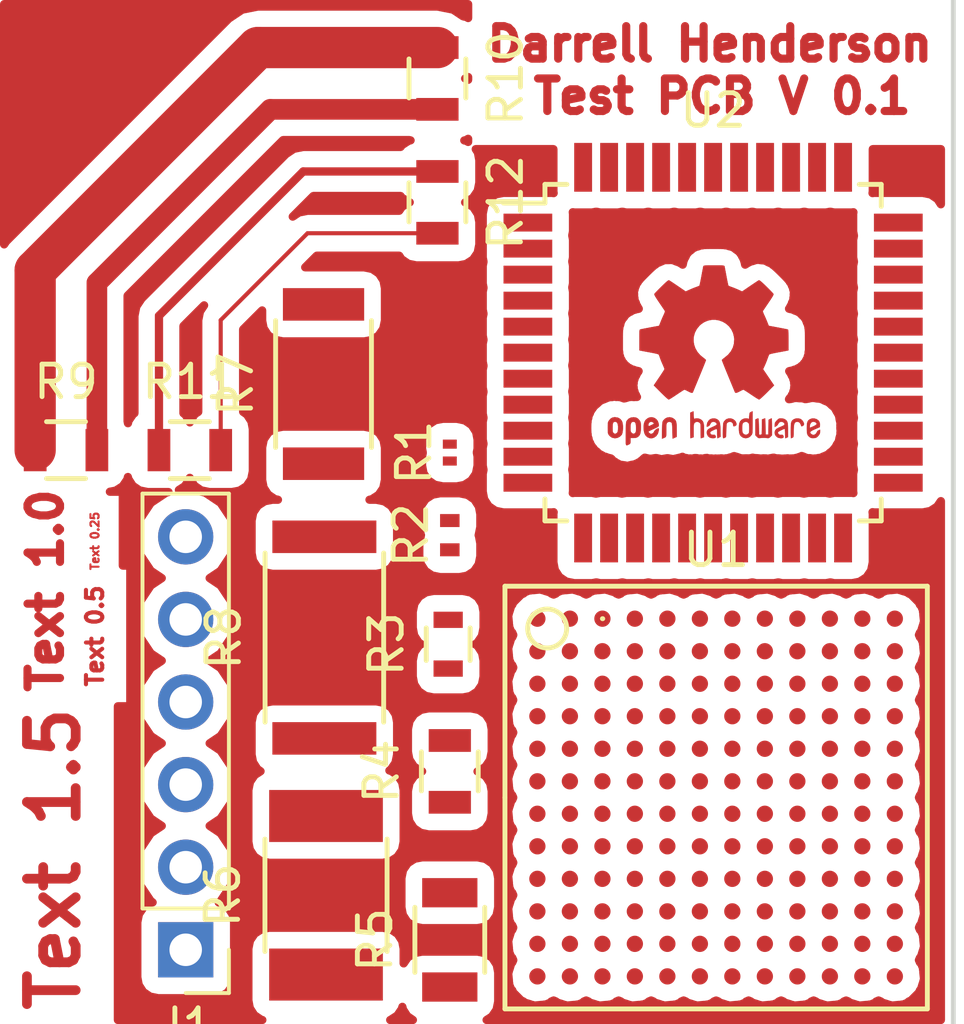
<source format=kicad_pcb>
(kicad_pcb (version 4) (host pcbnew 4.0.7)

  (general
    (links 4)
    (no_connects 0)
    (area 125.908999 82.347999 155.650001 114.629001)
    (thickness 1.6)
    (drawings 12)
    (tracks 12)
    (zones 0)
    (modules 16)
    (nets 71)
  )

  (page A4)
  (layers
    (0 F.Cu signal)
    (31 B.Cu signal hide)
    (32 B.Adhes user hide)
    (33 F.Adhes user hide)
    (34 B.Paste user hide)
    (35 F.Paste user hide)
    (36 B.SilkS user hide)
    (37 F.SilkS user hide)
    (38 B.Mask user hide)
    (39 F.Mask user hide)
    (40 Dwgs.User user hide)
    (41 Cmts.User user hide)
    (42 Eco1.User user hide)
    (43 Eco2.User user hide)
    (44 Edge.Cuts user hide)
    (45 Margin user hide)
    (46 B.CrtYd user hide)
    (47 F.CrtYd user hide)
    (48 B.Fab user hide)
    (49 F.Fab user hide)
  )

  (setup
    (last_trace_width 0.25)
    (trace_clearance 0.2)
    (zone_clearance 0.5)
    (zone_45_only no)
    (trace_min 0.002)
    (segment_width 0.2)
    (edge_width 0.15)
    (via_size 0.6)
    (via_drill 0.4)
    (via_min_size 0.4)
    (via_min_drill 0.3)
    (uvia_size 0.3)
    (uvia_drill 0.1)
    (uvias_allowed no)
    (uvia_min_size 0.2)
    (uvia_min_drill 0.1)
    (pcb_text_width 0.3)
    (pcb_text_size 1.5 1.5)
    (mod_edge_width 0.15)
    (mod_text_size 1 1)
    (mod_text_width 0.15)
    (pad_size 1.524 1.524)
    (pad_drill 0.762)
    (pad_to_mask_clearance 0.2)
    (aux_axis_origin 0 0)
    (visible_elements FFFC4601)
    (pcbplotparams
      (layerselection 0x00030_80000001)
      (usegerberextensions false)
      (excludeedgelayer true)
      (linewidth 0.100000)
      (plotframeref false)
      (viasonmask false)
      (mode 1)
      (useauxorigin false)
      (hpglpennumber 1)
      (hpglpenspeed 20)
      (hpglpendiameter 15)
      (hpglpenoverlay 2)
      (psnegative false)
      (psa4output false)
      (plotreference true)
      (plotvalue true)
      (plotinvisibletext false)
      (padsonsilk false)
      (subtractmaskfromsilk false)
      (outputformat 1)
      (mirror false)
      (drillshape 1)
      (scaleselection 1)
      (outputdirectory ""))
  )

  (net 0 "")
  (net 1 "Net-(J1-Pad1)")
  (net 2 "Net-(J1-Pad2)")
  (net 3 "Net-(J1-Pad3)")
  (net 4 "Net-(J1-Pad4)")
  (net 5 "Net-(J1-Pad5)")
  (net 6 "Net-(J1-Pad6)")
  (net 7 "Net-(R1-Pad1)")
  (net 8 "Net-(R1-Pad2)")
  (net 9 "Net-(R2-Pad1)")
  (net 10 "Net-(R2-Pad2)")
  (net 11 "Net-(R3-Pad1)")
  (net 12 "Net-(R3-Pad2)")
  (net 13 "Net-(R4-Pad1)")
  (net 14 "Net-(R4-Pad2)")
  (net 15 "Net-(R5-Pad1)")
  (net 16 "Net-(R5-Pad2)")
  (net 17 "Net-(R6-Pad1)")
  (net 18 "Net-(R6-Pad2)")
  (net 19 "Net-(R7-Pad1)")
  (net 20 "Net-(R7-Pad2)")
  (net 21 "Net-(R8-Pad1)")
  (net 22 "Net-(R8-Pad2)")
  (net 23 "Net-(U2-Pad1)")
  (net 24 "Net-(U2-Pad2)")
  (net 25 "Net-(U2-Pad3)")
  (net 26 "Net-(U2-Pad4)")
  (net 27 "Net-(U2-Pad5)")
  (net 28 "Net-(U2-Pad6)")
  (net 29 "Net-(U2-Pad7)")
  (net 30 "Net-(U2-Pad15)")
  (net 31 "Net-(U2-Pad14)")
  (net 32 "Net-(U2-Pad10)")
  (net 33 "Net-(U2-Pad11)")
  (net 34 "Net-(U2-Pad16)")
  (net 35 "Net-(U2-Pad17)")
  (net 36 "Net-(U2-Pad18)")
  (net 37 "Net-(U2-Pad19)")
  (net 38 "Net-(U2-Pad20)")
  (net 39 "Net-(U2-Pad21)")
  (net 40 "Net-(U2-Pad22)")
  (net 41 "Net-(U2-Pad27)")
  (net 42 "Net-(U2-Pad28)")
  (net 43 "Net-(U2-Pad29)")
  (net 44 "Net-(U2-Pad30)")
  (net 45 "Net-(U2-Pad31)")
  (net 46 "Net-(U2-Pad32)")
  (net 47 "Net-(U2-Pad33)")
  (net 48 "Net-(U2-Pad38)")
  (net 49 "Net-(U2-Pad39)")
  (net 50 "Net-(U2-Pad40)")
  (net 51 "Net-(U2-Pad41)")
  (net 52 "Net-(U2-Pad42)")
  (net 53 "Net-(U2-Pad43)")
  (net 54 "Net-(U2-Pad44)")
  (net 55 "Net-(U2-Pad8)")
  (net 56 "Net-(U2-Pad9)")
  (net 57 "Net-(U2-Pad12)")
  (net 58 "Net-(U2-Pad13)")
  (net 59 "Net-(U2-Pad23)")
  (net 60 "Net-(U2-Pad24)")
  (net 61 "Net-(U2-Pad25)")
  (net 62 "Net-(U2-Pad26)")
  (net 63 "Net-(U2-Pad34)")
  (net 64 "Net-(U2-Pad35)")
  (net 65 "Net-(U2-Pad36)")
  (net 66 "Net-(U2-Pad37)")
  (net 67 "Net-(R10-Pad1)")
  (net 68 "Net-(R10-Pad2)")
  (net 69 "Net-(R11-Pad1)")
  (net 70 "Net-(R11-Pad2)")

  (net_class Default "This is the default net class."
    (clearance 0.2)
    (trace_width 0.25)
    (via_dia 0.6)
    (via_drill 0.4)
    (uvia_dia 0.3)
    (uvia_drill 0.1)
    (add_net "Net-(J1-Pad1)")
    (add_net "Net-(J1-Pad2)")
    (add_net "Net-(J1-Pad3)")
    (add_net "Net-(J1-Pad4)")
    (add_net "Net-(J1-Pad5)")
    (add_net "Net-(J1-Pad6)")
    (add_net "Net-(R1-Pad1)")
    (add_net "Net-(R1-Pad2)")
    (add_net "Net-(R2-Pad1)")
    (add_net "Net-(R2-Pad2)")
    (add_net "Net-(R3-Pad1)")
    (add_net "Net-(R3-Pad2)")
    (add_net "Net-(R4-Pad1)")
    (add_net "Net-(R4-Pad2)")
    (add_net "Net-(R5-Pad1)")
    (add_net "Net-(R5-Pad2)")
    (add_net "Net-(R6-Pad1)")
    (add_net "Net-(R6-Pad2)")
    (add_net "Net-(R7-Pad1)")
    (add_net "Net-(R7-Pad2)")
    (add_net "Net-(R8-Pad1)")
    (add_net "Net-(R8-Pad2)")
    (add_net "Net-(U2-Pad1)")
    (add_net "Net-(U2-Pad10)")
    (add_net "Net-(U2-Pad11)")
    (add_net "Net-(U2-Pad12)")
    (add_net "Net-(U2-Pad13)")
    (add_net "Net-(U2-Pad14)")
    (add_net "Net-(U2-Pad15)")
    (add_net "Net-(U2-Pad16)")
    (add_net "Net-(U2-Pad17)")
    (add_net "Net-(U2-Pad18)")
    (add_net "Net-(U2-Pad19)")
    (add_net "Net-(U2-Pad2)")
    (add_net "Net-(U2-Pad20)")
    (add_net "Net-(U2-Pad21)")
    (add_net "Net-(U2-Pad22)")
    (add_net "Net-(U2-Pad23)")
    (add_net "Net-(U2-Pad24)")
    (add_net "Net-(U2-Pad25)")
    (add_net "Net-(U2-Pad26)")
    (add_net "Net-(U2-Pad27)")
    (add_net "Net-(U2-Pad28)")
    (add_net "Net-(U2-Pad29)")
    (add_net "Net-(U2-Pad3)")
    (add_net "Net-(U2-Pad30)")
    (add_net "Net-(U2-Pad31)")
    (add_net "Net-(U2-Pad32)")
    (add_net "Net-(U2-Pad33)")
    (add_net "Net-(U2-Pad34)")
    (add_net "Net-(U2-Pad35)")
    (add_net "Net-(U2-Pad36)")
    (add_net "Net-(U2-Pad37)")
    (add_net "Net-(U2-Pad38)")
    (add_net "Net-(U2-Pad39)")
    (add_net "Net-(U2-Pad4)")
    (add_net "Net-(U2-Pad40)")
    (add_net "Net-(U2-Pad41)")
    (add_net "Net-(U2-Pad42)")
    (add_net "Net-(U2-Pad43)")
    (add_net "Net-(U2-Pad44)")
    (add_net "Net-(U2-Pad5)")
    (add_net "Net-(U2-Pad6)")
    (add_net "Net-(U2-Pad7)")
    (add_net "Net-(U2-Pad8)")
    (add_net "Net-(U2-Pad9)")
  )

  (net_class 10 ""
    (clearance 0.2)
    (trace_width 0.254)
    (via_dia 0.6)
    (via_drill 0.4)
    (uvia_dia 0.3)
    (uvia_drill 0.1)
    (add_net "Net-(R11-Pad1)")
  )

  (net_class 25 ""
    (clearance 0.2)
    (trace_width 0.635)
    (via_dia 0.6)
    (via_drill 0.4)
    (uvia_dia 0.3)
    (uvia_drill 0.1)
    (add_net "Net-(R10-Pad2)")
  )

  (net_class 5 ""
    (clearance 0.2)
    (trace_width 0.127)
    (via_dia 0.6)
    (via_drill 0.4)
    (uvia_dia 0.3)
    (uvia_drill 0.1)
    (add_net "Net-(R11-Pad2)")
  )

  (net_class 50 ""
    (clearance 0.2)
    (trace_width 1.27)
    (via_dia 0.6)
    (via_drill 0.4)
    (uvia_dia 0.3)
    (uvia_drill 0.1)
    (add_net "Net-(R10-Pad1)")
  )

  (module Pin_Headers:Pin_Header_Straight_1x06_Pitch2.54mm (layer F.Cu) (tedit 59650532) (tstamp 5AB66C55)
    (at 131.953 111.887 180)
    (descr "Through hole straight pin header, 1x06, 2.54mm pitch, single row")
    (tags "Through hole pin header THT 1x06 2.54mm single row")
    (path /5AB66805)
    (fp_text reference J1 (at 0 -2.33 180) (layer F.SilkS)
      (effects (font (size 1 1) (thickness 0.15)))
    )
    (fp_text value Conn_01x06 (at 0 15.03 180) (layer F.Fab)
      (effects (font (size 1 1) (thickness 0.15)))
    )
    (fp_line (start -0.635 -1.27) (end 1.27 -1.27) (layer F.Fab) (width 0.1))
    (fp_line (start 1.27 -1.27) (end 1.27 13.97) (layer F.Fab) (width 0.1))
    (fp_line (start 1.27 13.97) (end -1.27 13.97) (layer F.Fab) (width 0.1))
    (fp_line (start -1.27 13.97) (end -1.27 -0.635) (layer F.Fab) (width 0.1))
    (fp_line (start -1.27 -0.635) (end -0.635 -1.27) (layer F.Fab) (width 0.1))
    (fp_line (start -1.33 14.03) (end 1.33 14.03) (layer F.SilkS) (width 0.12))
    (fp_line (start -1.33 1.27) (end -1.33 14.03) (layer F.SilkS) (width 0.12))
    (fp_line (start 1.33 1.27) (end 1.33 14.03) (layer F.SilkS) (width 0.12))
    (fp_line (start -1.33 1.27) (end 1.33 1.27) (layer F.SilkS) (width 0.12))
    (fp_line (start -1.33 0) (end -1.33 -1.33) (layer F.SilkS) (width 0.12))
    (fp_line (start -1.33 -1.33) (end 0 -1.33) (layer F.SilkS) (width 0.12))
    (fp_line (start -1.8 -1.8) (end -1.8 14.5) (layer F.CrtYd) (width 0.05))
    (fp_line (start -1.8 14.5) (end 1.8 14.5) (layer F.CrtYd) (width 0.05))
    (fp_line (start 1.8 14.5) (end 1.8 -1.8) (layer F.CrtYd) (width 0.05))
    (fp_line (start 1.8 -1.8) (end -1.8 -1.8) (layer F.CrtYd) (width 0.05))
    (fp_text user %R (at 0 6.35 270) (layer F.Fab)
      (effects (font (size 1 1) (thickness 0.15)))
    )
    (pad 1 thru_hole rect (at 0 0 180) (size 1.7 1.7) (drill 1) (layers *.Cu *.Mask)
      (net 1 "Net-(J1-Pad1)"))
    (pad 2 thru_hole oval (at 0 2.54 180) (size 1.7 1.7) (drill 1) (layers *.Cu *.Mask)
      (net 2 "Net-(J1-Pad2)"))
    (pad 3 thru_hole oval (at 0 5.08 180) (size 1.7 1.7) (drill 1) (layers *.Cu *.Mask)
      (net 3 "Net-(J1-Pad3)"))
    (pad 4 thru_hole oval (at 0 7.62 180) (size 1.7 1.7) (drill 1) (layers *.Cu *.Mask)
      (net 4 "Net-(J1-Pad4)"))
    (pad 5 thru_hole oval (at 0 10.16 180) (size 1.7 1.7) (drill 1) (layers *.Cu *.Mask)
      (net 5 "Net-(J1-Pad5)"))
    (pad 6 thru_hole oval (at 0 12.7 180) (size 1.7 1.7) (drill 1) (layers *.Cu *.Mask)
      (net 6 "Net-(J1-Pad6)"))
    (model ${KISYS3DMOD}/Pin_Headers.3dshapes/Pin_Header_Straight_1x06_Pitch2.54mm.wrl
      (at (xyz 0 0 0))
      (scale (xyz 1 1 1))
      (rotate (xyz 0 0 0))
    )
  )

  (module Resistors_SMD:R_0201_NoSilk (layer F.Cu) (tedit 58E0A804) (tstamp 5AB66C5B)
    (at 140.081 96.5962 90)
    (descr "Resistor SMD 0201, reflow soldering, Vishay (see crcw0201e3.pdf)")
    (tags "resistor 0201")
    (path /5AB654F7)
    (attr smd)
    (fp_text reference R1 (at 0 -1.1 90) (layer F.SilkS)
      (effects (font (size 1 1) (thickness 0.15)))
    )
    (fp_text value R (at 0 1.15 90) (layer F.Fab)
      (effects (font (size 1 1) (thickness 0.15)))
    )
    (fp_text user %R (at 0 -1.1 90) (layer F.Fab)
      (effects (font (size 1 1) (thickness 0.15)))
    )
    (fp_line (start -0.3 0.15) (end -0.3 -0.15) (layer F.Fab) (width 0.1))
    (fp_line (start 0.3 0.15) (end -0.3 0.15) (layer F.Fab) (width 0.1))
    (fp_line (start 0.3 -0.15) (end 0.3 0.15) (layer F.Fab) (width 0.1))
    (fp_line (start -0.3 -0.15) (end 0.3 -0.15) (layer F.Fab) (width 0.1))
    (fp_line (start -0.55 -0.37) (end 0.55 -0.37) (layer F.CrtYd) (width 0.05))
    (fp_line (start -0.55 -0.37) (end -0.55 0.36) (layer F.CrtYd) (width 0.05))
    (fp_line (start 0.55 0.36) (end 0.55 -0.37) (layer F.CrtYd) (width 0.05))
    (fp_line (start 0.55 0.36) (end -0.55 0.36) (layer F.CrtYd) (width 0.05))
    (pad 1 smd rect (at -0.26 0 90) (size 0.28 0.43) (layers F.Cu F.Paste F.Mask)
      (net 7 "Net-(R1-Pad1)"))
    (pad 2 smd rect (at 0.26 0 90) (size 0.28 0.43) (layers F.Cu F.Paste F.Mask)
      (net 8 "Net-(R1-Pad2)"))
    (model ${KISYS3DMOD}/Resistors_SMD.3dshapes/R_0201.wrl
      (at (xyz 0 0 0))
      (scale (xyz 1 1 1))
      (rotate (xyz 0 0 0))
    )
  )

  (module Resistors_SMD:R_0402_NoSilk (layer F.Cu) (tedit 58E0A804) (tstamp 5AB66C61)
    (at 140.081 99.1362 90)
    (descr "Resistor SMD 0402, reflow soldering, Vishay (see dcrcw.pdf)")
    (tags "resistor 0402")
    (path /5AB6554F)
    (attr smd)
    (fp_text reference R2 (at 0 -1.2 90) (layer F.SilkS)
      (effects (font (size 1 1) (thickness 0.15)))
    )
    (fp_text value R (at 0 1.25 90) (layer F.Fab)
      (effects (font (size 1 1) (thickness 0.15)))
    )
    (fp_text user %R (at 0 -1.2 90) (layer F.Fab)
      (effects (font (size 1 1) (thickness 0.15)))
    )
    (fp_line (start -0.5 0.25) (end -0.5 -0.25) (layer F.Fab) (width 0.1))
    (fp_line (start 0.5 0.25) (end -0.5 0.25) (layer F.Fab) (width 0.1))
    (fp_line (start 0.5 -0.25) (end 0.5 0.25) (layer F.Fab) (width 0.1))
    (fp_line (start -0.5 -0.25) (end 0.5 -0.25) (layer F.Fab) (width 0.1))
    (fp_line (start -0.8 -0.45) (end 0.8 -0.45) (layer F.CrtYd) (width 0.05))
    (fp_line (start -0.8 -0.45) (end -0.8 0.45) (layer F.CrtYd) (width 0.05))
    (fp_line (start 0.8 0.45) (end 0.8 -0.45) (layer F.CrtYd) (width 0.05))
    (fp_line (start 0.8 0.45) (end -0.8 0.45) (layer F.CrtYd) (width 0.05))
    (pad 1 smd rect (at -0.45 0 90) (size 0.4 0.6) (layers F.Cu F.Paste F.Mask)
      (net 9 "Net-(R2-Pad1)"))
    (pad 2 smd rect (at 0.45 0 90) (size 0.4 0.6) (layers F.Cu F.Paste F.Mask)
      (net 10 "Net-(R2-Pad2)"))
    (model ${KISYS3DMOD}/Resistors_SMD.3dshapes/R_0402.wrl
      (at (xyz 0 0 0))
      (scale (xyz 1 1 1))
      (rotate (xyz 0 0 0))
    )
  )

  (module Resistors_SMD:R_0603 (layer F.Cu) (tedit 58307A47) (tstamp 5AB66C67)
    (at 140.0302 102.489 90)
    (descr "Resistor SMD 0603, reflow soldering, Vishay (see dcrcw.pdf)")
    (tags "resistor 0603")
    (path /5AB655C1)
    (attr smd)
    (fp_text reference R3 (at 0 -1.9 90) (layer F.SilkS)
      (effects (font (size 1 1) (thickness 0.15)))
    )
    (fp_text value R (at 0 1.9 90) (layer F.Fab)
      (effects (font (size 1 1) (thickness 0.15)))
    )
    (fp_line (start -0.8 0.4) (end -0.8 -0.4) (layer F.Fab) (width 0.1))
    (fp_line (start 0.8 0.4) (end -0.8 0.4) (layer F.Fab) (width 0.1))
    (fp_line (start 0.8 -0.4) (end 0.8 0.4) (layer F.Fab) (width 0.1))
    (fp_line (start -0.8 -0.4) (end 0.8 -0.4) (layer F.Fab) (width 0.1))
    (fp_line (start -1.3 -0.8) (end 1.3 -0.8) (layer F.CrtYd) (width 0.05))
    (fp_line (start -1.3 0.8) (end 1.3 0.8) (layer F.CrtYd) (width 0.05))
    (fp_line (start -1.3 -0.8) (end -1.3 0.8) (layer F.CrtYd) (width 0.05))
    (fp_line (start 1.3 -0.8) (end 1.3 0.8) (layer F.CrtYd) (width 0.05))
    (fp_line (start 0.5 0.675) (end -0.5 0.675) (layer F.SilkS) (width 0.15))
    (fp_line (start -0.5 -0.675) (end 0.5 -0.675) (layer F.SilkS) (width 0.15))
    (pad 1 smd rect (at -0.75 0 90) (size 0.5 0.9) (layers F.Cu F.Paste F.Mask)
      (net 11 "Net-(R3-Pad1)"))
    (pad 2 smd rect (at 0.75 0 90) (size 0.5 0.9) (layers F.Cu F.Paste F.Mask)
      (net 12 "Net-(R3-Pad2)"))
    (model Resistors_SMD.3dshapes/R_0603.wrl
      (at (xyz 0 0 0))
      (scale (xyz 1 1 1))
      (rotate (xyz 0 0 0))
    )
  )

  (module Resistors_SMD:R_0805 (layer F.Cu) (tedit 58307B54) (tstamp 5AB66C6D)
    (at 140.081 106.4006 90)
    (descr "Resistor SMD 0805, reflow soldering, Vishay (see dcrcw.pdf)")
    (tags "resistor 0805")
    (path /5AB655C7)
    (attr smd)
    (fp_text reference R4 (at 0 -2.1 90) (layer F.SilkS)
      (effects (font (size 1 1) (thickness 0.15)))
    )
    (fp_text value R (at 0 2.1 90) (layer F.Fab)
      (effects (font (size 1 1) (thickness 0.15)))
    )
    (fp_line (start -1 0.625) (end -1 -0.625) (layer F.Fab) (width 0.1))
    (fp_line (start 1 0.625) (end -1 0.625) (layer F.Fab) (width 0.1))
    (fp_line (start 1 -0.625) (end 1 0.625) (layer F.Fab) (width 0.1))
    (fp_line (start -1 -0.625) (end 1 -0.625) (layer F.Fab) (width 0.1))
    (fp_line (start -1.6 -1) (end 1.6 -1) (layer F.CrtYd) (width 0.05))
    (fp_line (start -1.6 1) (end 1.6 1) (layer F.CrtYd) (width 0.05))
    (fp_line (start -1.6 -1) (end -1.6 1) (layer F.CrtYd) (width 0.05))
    (fp_line (start 1.6 -1) (end 1.6 1) (layer F.CrtYd) (width 0.05))
    (fp_line (start 0.6 0.875) (end -0.6 0.875) (layer F.SilkS) (width 0.15))
    (fp_line (start -0.6 -0.875) (end 0.6 -0.875) (layer F.SilkS) (width 0.15))
    (pad 1 smd rect (at -0.95 0 90) (size 0.7 1.3) (layers F.Cu F.Paste F.Mask)
      (net 13 "Net-(R4-Pad1)"))
    (pad 2 smd rect (at 0.95 0 90) (size 0.7 1.3) (layers F.Cu F.Paste F.Mask)
      (net 14 "Net-(R4-Pad2)"))
    (model Resistors_SMD.3dshapes/R_0805.wrl
      (at (xyz 0 0 0))
      (scale (xyz 1 1 1))
      (rotate (xyz 0 0 0))
    )
  )

  (module Resistors_SMD:R_1206 (layer F.Cu) (tedit 58307BE8) (tstamp 5AB66C73)
    (at 140.081 111.5822 90)
    (descr "Resistor SMD 1206, reflow soldering, Vishay (see dcrcw.pdf)")
    (tags "resistor 1206")
    (path /5AB65689)
    (attr smd)
    (fp_text reference R5 (at 0 -2.3 90) (layer F.SilkS)
      (effects (font (size 1 1) (thickness 0.15)))
    )
    (fp_text value R (at 0 2.3 90) (layer F.Fab)
      (effects (font (size 1 1) (thickness 0.15)))
    )
    (fp_line (start -1.6 0.8) (end -1.6 -0.8) (layer F.Fab) (width 0.1))
    (fp_line (start 1.6 0.8) (end -1.6 0.8) (layer F.Fab) (width 0.1))
    (fp_line (start 1.6 -0.8) (end 1.6 0.8) (layer F.Fab) (width 0.1))
    (fp_line (start -1.6 -0.8) (end 1.6 -0.8) (layer F.Fab) (width 0.1))
    (fp_line (start -2.2 -1.2) (end 2.2 -1.2) (layer F.CrtYd) (width 0.05))
    (fp_line (start -2.2 1.2) (end 2.2 1.2) (layer F.CrtYd) (width 0.05))
    (fp_line (start -2.2 -1.2) (end -2.2 1.2) (layer F.CrtYd) (width 0.05))
    (fp_line (start 2.2 -1.2) (end 2.2 1.2) (layer F.CrtYd) (width 0.05))
    (fp_line (start 1 1.075) (end -1 1.075) (layer F.SilkS) (width 0.15))
    (fp_line (start -1 -1.075) (end 1 -1.075) (layer F.SilkS) (width 0.15))
    (pad 1 smd rect (at -1.45 0 90) (size 0.9 1.7) (layers F.Cu F.Paste F.Mask)
      (net 15 "Net-(R5-Pad1)"))
    (pad 2 smd rect (at 1.45 0 90) (size 0.9 1.7) (layers F.Cu F.Paste F.Mask)
      (net 16 "Net-(R5-Pad2)"))
    (model Resistors_SMD.3dshapes/R_1206.wrl
      (at (xyz 0 0 0))
      (scale (xyz 1 1 1))
      (rotate (xyz 0 0 0))
    )
  )

  (module Resistors_SMD:R_1812 (layer F.Cu) (tedit 58307CF5) (tstamp 5AB66C79)
    (at 136.271 110.2106 90)
    (descr "Resistor SMD 1812, flow soldering, Panasonic (see ERJ12)")
    (tags "resistor 1812")
    (path /5AB6568F)
    (attr smd)
    (fp_text reference R6 (at 0 -3.175 90) (layer F.SilkS)
      (effects (font (size 1 1) (thickness 0.15)))
    )
    (fp_text value R (at 0 3.175 90) (layer F.Fab)
      (effects (font (size 1 1) (thickness 0.15)))
    )
    (fp_line (start -2.25 1.6) (end -2.25 -1.6) (layer F.Fab) (width 0.1))
    (fp_line (start 2.25 1.6) (end -2.25 1.6) (layer F.Fab) (width 0.1))
    (fp_line (start 2.25 -1.6) (end 2.25 1.6) (layer F.Fab) (width 0.1))
    (fp_line (start -2.25 -1.6) (end 2.25 -1.6) (layer F.Fab) (width 0.1))
    (fp_line (start -3.5052 -2.2352) (end 3.5052 -2.2352) (layer F.CrtYd) (width 0.05))
    (fp_line (start 3.5052 -2.2352) (end 3.5052 2.2352) (layer F.CrtYd) (width 0.05))
    (fp_line (start 3.5052 2.2352) (end -3.5052 2.2352) (layer F.CrtYd) (width 0.05))
    (fp_line (start -3.5052 2.2352) (end -3.5052 -2.2352) (layer F.CrtYd) (width 0.05))
    (fp_line (start -1.7272 1.8796) (end 1.7272 1.8796) (layer F.SilkS) (width 0.15))
    (fp_line (start -1.7272 -1.8796) (end 1.7272 -1.8796) (layer F.SilkS) (width 0.15))
    (pad 1 smd rect (at -2.4384 0 90) (size 1.6 3.5) (layers F.Cu F.Paste F.Mask)
      (net 17 "Net-(R6-Pad1)"))
    (pad 2 smd rect (at 2.4384 0 90) (size 1.6 3.5) (layers F.Cu F.Paste F.Mask)
      (net 18 "Net-(R6-Pad2)"))
  )

  (module Resistors_SMD:R_2010 (layer F.Cu) (tedit 58307DA9) (tstamp 5AB66C7F)
    (at 136.1948 94.488 90)
    (descr "Resistor SMD 2010, reflow soldering, Vishay (see dcrcw.pdf)")
    (tags "resistor 2010")
    (path /5AB65695)
    (attr smd)
    (fp_text reference R7 (at 0 -2.7 90) (layer F.SilkS)
      (effects (font (size 1 1) (thickness 0.15)))
    )
    (fp_text value R (at 0 2.7 90) (layer F.Fab)
      (effects (font (size 1 1) (thickness 0.15)))
    )
    (fp_line (start -2.5 1.25) (end -2.5 -1.25) (layer F.Fab) (width 0.1))
    (fp_line (start 2.5 1.25) (end -2.5 1.25) (layer F.Fab) (width 0.1))
    (fp_line (start 2.5 -1.25) (end 2.5 1.25) (layer F.Fab) (width 0.1))
    (fp_line (start -2.5 -1.25) (end 2.5 -1.25) (layer F.Fab) (width 0.1))
    (fp_line (start -3.25 -1.6) (end 3.25 -1.6) (layer F.CrtYd) (width 0.05))
    (fp_line (start -3.25 1.6) (end 3.25 1.6) (layer F.CrtYd) (width 0.05))
    (fp_line (start -3.25 -1.6) (end -3.25 1.6) (layer F.CrtYd) (width 0.05))
    (fp_line (start 3.25 -1.6) (end 3.25 1.6) (layer F.CrtYd) (width 0.05))
    (fp_line (start 1.95 1.475) (end -1.95 1.475) (layer F.SilkS) (width 0.15))
    (fp_line (start -1.95 -1.475) (end 1.95 -1.475) (layer F.SilkS) (width 0.15))
    (pad 1 smd rect (at -2.45 0 90) (size 1 2.5) (layers F.Cu F.Paste F.Mask)
      (net 19 "Net-(R7-Pad1)"))
    (pad 2 smd rect (at 2.45 0 90) (size 1 2.5) (layers F.Cu F.Paste F.Mask)
      (net 20 "Net-(R7-Pad2)"))
    (model Resistors_SMD.3dshapes/R_2010.wrl
      (at (xyz 0 0 0))
      (scale (xyz 1 1 1))
      (rotate (xyz 0 0 0))
    )
  )

  (module Resistors_SMD:R_2512 (layer F.Cu) (tedit 58307F1B) (tstamp 5AB66C85)
    (at 136.2202 102.2858 90)
    (descr "Resistor SMD 2512, reflow soldering, Vishay (see dcrcw.pdf)")
    (tags "resistor 2512")
    (path /5AB6569B)
    (attr smd)
    (fp_text reference R8 (at 0 -3.1 90) (layer F.SilkS)
      (effects (font (size 1 1) (thickness 0.15)))
    )
    (fp_text value R (at 0 3.1 90) (layer F.Fab)
      (effects (font (size 1 1) (thickness 0.15)))
    )
    (fp_line (start -3.15 1.6) (end -3.15 -1.6) (layer F.Fab) (width 0.1))
    (fp_line (start 3.15 1.6) (end -3.15 1.6) (layer F.Fab) (width 0.1))
    (fp_line (start 3.15 -1.6) (end 3.15 1.6) (layer F.Fab) (width 0.1))
    (fp_line (start -3.15 -1.6) (end 3.15 -1.6) (layer F.Fab) (width 0.1))
    (fp_line (start -3.9 -1.95) (end 3.9 -1.95) (layer F.CrtYd) (width 0.05))
    (fp_line (start -3.9 1.95) (end 3.9 1.95) (layer F.CrtYd) (width 0.05))
    (fp_line (start -3.9 -1.95) (end -3.9 1.95) (layer F.CrtYd) (width 0.05))
    (fp_line (start 3.9 -1.95) (end 3.9 1.95) (layer F.CrtYd) (width 0.05))
    (fp_line (start 2.6 1.825) (end -2.6 1.825) (layer F.SilkS) (width 0.15))
    (fp_line (start -2.6 -1.825) (end 2.6 -1.825) (layer F.SilkS) (width 0.15))
    (pad 1 smd rect (at -3.1 0 90) (size 1 3.2) (layers F.Cu F.Paste F.Mask)
      (net 21 "Net-(R8-Pad1)"))
    (pad 2 smd rect (at 3.1 0 90) (size 1 3.2) (layers F.Cu F.Paste F.Mask)
      (net 22 "Net-(R8-Pad2)"))
    (model Resistors_SMD.3dshapes/R_2512.wrl
      (at (xyz 0 0 0))
      (scale (xyz 1 1 1))
      (rotate (xyz 0 0 0))
    )
  )

  (module SMD_Packages:BGA-144-1mm (layer F.Cu) (tedit 0) (tstamp 5AB66D19)
    (at 148.27758 107.20578)
    (descr BGA-144-1mm)
    (path /5AB66A60)
    (attr smd)
    (fp_text reference U1 (at 0 -7.62) (layer F.SilkS)
      (effects (font (size 1 1) (thickness 0.15)))
    )
    (fp_text value TMS470R1B768 (at 0 7.62) (layer F.Fab)
      (effects (font (size 1 1) (thickness 0.15)))
    )
    (fp_circle (center -5.19938 -5.19938) (end -5.19938 -5.79882) (layer F.SilkS) (width 0.15))
    (fp_line (start -6.49986 0) (end -6.49986 -6.49986) (layer F.SilkS) (width 0.15))
    (fp_line (start -6.49986 -6.49986) (end 6.49986 -6.49986) (layer F.SilkS) (width 0.15))
    (fp_line (start 6.49986 -6.49986) (end 6.49986 6.49986) (layer F.SilkS) (width 0.15))
    (fp_line (start 6.49986 6.49986) (end -6.49986 6.49986) (layer F.SilkS) (width 0.15))
    (fp_line (start -6.49986 6.49986) (end -6.49986 0) (layer F.SilkS) (width 0.15))
    (fp_line (start -3.50012 -5.50164) (end -3.48996 -5.50164) (layer F.SilkS) (width 0.15))
    (pad A1 smd circle (at -5.50164 -5.50164) (size 0.50038 0.50038) (layers F.Cu F.Paste F.Mask))
    (pad A2 smd circle (at -4.50088 -5.50164) (size 0.50038 0.50038) (layers F.Cu F.Paste F.Mask))
    (pad A3 smd circle (at -3.50012 -5.50164) (size 0.50038 0.50038) (layers F.Cu F.Paste F.Mask))
    (pad A4 smd circle (at -2.5019 -5.50164) (size 0.50038 0.50038) (layers F.Cu F.Paste F.Mask))
    (pad A5 smd circle (at -1.50114 -5.50164) (size 0.50038 0.50038) (layers F.Cu F.Paste F.Mask))
    (pad A6 smd circle (at -0.50038 -5.50164) (size 0.50038 0.50038) (layers F.Cu F.Paste F.Mask))
    (pad A7 smd circle (at 0.49784 -5.50164) (size 0.50038 0.50038) (layers F.Cu F.Paste F.Mask))
    (pad A8 smd circle (at 1.4986 -5.50164) (size 0.50038 0.50038) (layers F.Cu F.Paste F.Mask))
    (pad A9 smd circle (at 2.49936 -5.50164) (size 0.50038 0.50038) (layers F.Cu F.Paste F.Mask))
    (pad A10 smd circle (at 3.50012 -5.50164) (size 0.50038 0.50038) (layers F.Cu F.Paste F.Mask))
    (pad A11 smd circle (at 4.49834 -5.50164) (size 0.50038 0.50038) (layers F.Cu F.Paste F.Mask))
    (pad A12 smd circle (at 5.4991 -5.50164) (size 0.50038 0.50038) (layers F.Cu F.Paste F.Mask))
    (pad B1 smd circle (at -5.50164 -4.50088) (size 0.50038 0.50038) (layers F.Cu F.Paste F.Mask))
    (pad C1 smd circle (at -5.50164 -3.50012) (size 0.50038 0.50038) (layers F.Cu F.Paste F.Mask))
    (pad D1 smd circle (at -5.50164 -2.5019) (size 0.50038 0.50038) (layers F.Cu F.Paste F.Mask))
    (pad E1 smd circle (at -5.50164 -1.50114) (size 0.50038 0.50038) (layers F.Cu F.Paste F.Mask))
    (pad F1 smd circle (at -5.50164 -0.50038) (size 0.50038 0.50038) (layers F.Cu F.Paste F.Mask))
    (pad G1 smd circle (at -5.50164 0.49784) (size 0.50038 0.50038) (layers F.Cu F.Paste F.Mask))
    (pad H1 smd circle (at -5.50164 1.4986) (size 0.50038 0.50038) (layers F.Cu F.Paste F.Mask))
    (pad J1 smd circle (at -5.50164 2.49936) (size 0.50038 0.50038) (layers F.Cu F.Paste F.Mask))
    (pad B12 smd circle (at 5.4991 -4.50088) (size 0.50038 0.50038) (layers F.Cu F.Paste F.Mask))
    (pad B11 smd circle (at 4.49834 -4.50088) (size 0.50038 0.50038) (layers F.Cu F.Paste F.Mask))
    (pad B10 smd circle (at 3.50012 -4.50088) (size 0.50038 0.50038) (layers F.Cu F.Paste F.Mask))
    (pad B9 smd circle (at 2.49936 -4.50088) (size 0.50038 0.50038) (layers F.Cu F.Paste F.Mask))
    (pad B8 smd circle (at 1.4986 -4.50088) (size 0.50038 0.50038) (layers F.Cu F.Paste F.Mask))
    (pad B7 smd circle (at 0.49784 -4.50088) (size 0.50038 0.50038) (layers F.Cu F.Paste F.Mask))
    (pad B6 smd circle (at -0.50038 -4.50088) (size 0.50038 0.50038) (layers F.Cu F.Paste F.Mask))
    (pad B5 smd circle (at -1.50114 -4.50088) (size 0.50038 0.50038) (layers F.Cu F.Paste F.Mask))
    (pad B2 smd circle (at -4.50088 -4.50088) (size 0.50038 0.50038) (layers F.Cu F.Paste F.Mask))
    (pad B3 smd circle (at -3.50012 -4.50088) (size 0.50038 0.50038) (layers F.Cu F.Paste F.Mask))
    (pad B4 smd circle (at -2.5019 -4.50088) (size 0.50038 0.50038) (layers F.Cu F.Paste F.Mask))
    (pad C2 smd circle (at -4.50088 -3.50012) (size 0.50038 0.50038) (layers F.Cu F.Paste F.Mask))
    (pad C3 smd circle (at -3.50012 -3.50012) (size 0.50038 0.50038) (layers F.Cu F.Paste F.Mask))
    (pad C4 smd circle (at -2.5019 -3.50012) (size 0.50038 0.50038) (layers F.Cu F.Paste F.Mask))
    (pad C5 smd circle (at -1.50114 -3.50012) (size 0.50038 0.50038) (layers F.Cu F.Paste F.Mask))
    (pad C6 smd circle (at -0.50038 -3.50012) (size 0.50038 0.50038) (layers F.Cu F.Paste F.Mask))
    (pad C7 smd circle (at 0.49784 -3.50012) (size 0.50038 0.50038) (layers F.Cu F.Paste F.Mask))
    (pad C8 smd circle (at 1.4986 -3.50012) (size 0.50038 0.50038) (layers F.Cu F.Paste F.Mask))
    (pad C9 smd circle (at 2.49936 -3.50012) (size 0.50038 0.50038) (layers F.Cu F.Paste F.Mask))
    (pad D2 smd circle (at -4.50088 -2.5019) (size 0.50038 0.50038) (layers F.Cu F.Paste F.Mask))
    (pad D3 smd circle (at -3.50012 -2.5019) (size 0.50038 0.50038) (layers F.Cu F.Paste F.Mask))
    (pad D4 smd circle (at -2.5019 -2.5019) (size 0.50038 0.50038) (layers F.Cu F.Paste F.Mask))
    (pad D5 smd circle (at -1.50114 -2.5019) (size 0.50038 0.50038) (layers F.Cu F.Paste F.Mask))
    (pad D6 smd circle (at -0.50038 -2.5019) (size 0.50038 0.50038) (layers F.Cu F.Paste F.Mask))
    (pad D7 smd circle (at 0.49784 -2.5019) (size 0.50038 0.50038) (layers F.Cu F.Paste F.Mask))
    (pad D8 smd circle (at 1.4986 -2.5019) (size 0.50038 0.50038) (layers F.Cu F.Paste F.Mask))
    (pad D9 smd circle (at 2.49936 -2.5019) (size 0.50038 0.50038) (layers F.Cu F.Paste F.Mask))
    (pad E2 smd circle (at -4.50088 -1.50114) (size 0.50038 0.50038) (layers F.Cu F.Paste F.Mask))
    (pad E3 smd circle (at -3.50012 -1.50114) (size 0.50038 0.50038) (layers F.Cu F.Paste F.Mask))
    (pad E4 smd circle (at -2.5019 -1.50114) (size 0.50038 0.50038) (layers F.Cu F.Paste F.Mask))
    (pad C10 smd circle (at 3.50012 -3.50012) (size 0.50038 0.50038) (layers F.Cu F.Paste F.Mask))
    (pad D10 smd circle (at 3.50012 -2.5019) (size 0.50038 0.50038) (layers F.Cu F.Paste F.Mask))
    (pad C11 smd circle (at 4.49834 -3.50012) (size 0.50038 0.50038) (layers F.Cu F.Paste F.Mask))
    (pad D11 smd circle (at 4.49834 -2.5019) (size 0.50038 0.50038) (layers F.Cu F.Paste F.Mask))
    (pad D12 smd circle (at 5.4991 -2.5019) (size 0.50038 0.50038) (layers F.Cu F.Paste F.Mask))
    (pad C12 smd circle (at 5.4991 -3.50012) (size 0.50038 0.50038) (layers F.Cu F.Paste F.Mask))
    (pad F2 smd circle (at -4.50088 -0.50038) (size 0.50038 0.50038) (layers F.Cu F.Paste F.Mask))
    (pad F3 smd circle (at -3.50012 -0.50038) (size 0.50038 0.50038) (layers F.Cu F.Paste F.Mask))
    (pad F4 smd circle (at -2.5019 -0.50038) (size 0.50038 0.50038) (layers F.Cu F.Paste F.Mask))
    (pad G4 smd circle (at -2.5019 0.49784) (size 0.50038 0.50038) (layers F.Cu F.Paste F.Mask))
    (pad G3 smd circle (at -3.50012 0.49784) (size 0.50038 0.50038) (layers F.Cu F.Paste F.Mask))
    (pad G2 smd circle (at -4.50088 0.49784) (size 0.50038 0.50038) (layers F.Cu F.Paste F.Mask))
    (pad H2 smd circle (at -4.50088 1.4986) (size 0.50038 0.50038) (layers F.Cu F.Paste F.Mask))
    (pad H3 smd circle (at -3.50012 1.4986) (size 0.50038 0.50038) (layers F.Cu F.Paste F.Mask))
    (pad H4 smd circle (at -2.5019 1.4986) (size 0.50038 0.50038) (layers F.Cu F.Paste F.Mask))
    (pad J4 smd circle (at -2.5019 2.49936) (size 0.50038 0.50038) (layers F.Cu F.Paste F.Mask))
    (pad J3 smd circle (at -3.50012 2.49936) (size 0.50038 0.50038) (layers F.Cu F.Paste F.Mask))
    (pad J2 smd circle (at -4.50088 2.49936) (size 0.50038 0.50038) (layers F.Cu F.Paste F.Mask))
    (pad K1 smd circle (at -5.50164 3.50012) (size 0.50038 0.50038) (layers F.Cu F.Paste F.Mask))
    (pad K2 smd circle (at -4.50088 3.50012) (size 0.50038 0.50038) (layers F.Cu F.Paste F.Mask))
    (pad K3 smd circle (at -3.50012 3.50012) (size 0.50038 0.50038) (layers F.Cu F.Paste F.Mask))
    (pad K4 smd circle (at -2.5019 3.50012) (size 0.50038 0.50038) (layers F.Cu F.Paste F.Mask))
    (pad L4 smd circle (at -2.5019 4.49834) (size 0.50038 0.50038) (layers F.Cu F.Paste F.Mask))
    (pad L3 smd circle (at -3.50012 4.49834) (size 0.50038 0.50038) (layers F.Cu F.Paste F.Mask))
    (pad L2 smd circle (at -4.50088 4.49834) (size 0.50038 0.50038) (layers F.Cu F.Paste F.Mask))
    (pad L1 smd circle (at -5.50164 4.49834) (size 0.50038 0.50038) (layers F.Cu F.Paste F.Mask))
    (pad M1 smd circle (at -5.50164 5.4991) (size 0.50038 0.50038) (layers F.Cu F.Paste F.Mask))
    (pad M2 smd circle (at -4.50088 5.4991) (size 0.50038 0.50038) (layers F.Cu F.Paste F.Mask))
    (pad M3 smd circle (at -3.50012 5.4991) (size 0.50038 0.50038) (layers F.Cu F.Paste F.Mask))
    (pad M4 smd circle (at -2.5019 5.4991) (size 0.50038 0.50038) (layers F.Cu F.Paste F.Mask))
    (pad E8 smd circle (at 1.4986 -1.50114) (size 0.50038 0.50038) (layers F.Cu F.Paste F.Mask))
    (pad E7 smd circle (at 0.49784 -1.50114) (size 0.50038 0.50038) (layers F.Cu F.Paste F.Mask))
    (pad E6 smd circle (at -0.50038 -1.50114) (size 0.50038 0.50038) (layers F.Cu F.Paste F.Mask))
    (pad E5 smd circle (at -1.50114 -1.50114) (size 0.50038 0.50038) (layers F.Cu F.Paste F.Mask))
    (pad F5 smd circle (at -1.50114 -0.50038) (size 0.50038 0.50038) (layers F.Cu F.Paste F.Mask))
    (pad F6 smd circle (at -0.50038 -0.50038) (size 0.50038 0.50038) (layers F.Cu F.Paste F.Mask))
    (pad F7 smd circle (at 0.49784 -0.50038) (size 0.50038 0.50038) (layers F.Cu F.Paste F.Mask))
    (pad F8 smd circle (at 1.4986 -0.50038) (size 0.50038 0.50038) (layers F.Cu F.Paste F.Mask))
    (pad G5 smd circle (at -1.50114 0.49784) (size 0.50038 0.50038) (layers F.Cu F.Paste F.Mask))
    (pad G6 smd circle (at -0.50038 0.49784) (size 0.50038 0.50038) (layers F.Cu F.Paste F.Mask))
    (pad G7 smd circle (at 0.49784 0.49784) (size 0.50038 0.50038) (layers F.Cu F.Paste F.Mask))
    (pad G8 smd circle (at 1.4986 0.49784) (size 0.50038 0.50038) (layers F.Cu F.Paste F.Mask))
    (pad H5 smd circle (at -1.50114 1.4986) (size 0.50038 0.50038) (layers F.Cu F.Paste F.Mask))
    (pad H6 smd circle (at -0.50038 1.4986) (size 0.50038 0.50038) (layers F.Cu F.Paste F.Mask))
    (pad H7 smd circle (at 0.49784 1.4986) (size 0.50038 0.50038) (layers F.Cu F.Paste F.Mask))
    (pad H8 smd circle (at 1.4986 1.4986) (size 0.50038 0.50038) (layers F.Cu F.Paste F.Mask))
    (pad J5 smd circle (at -1.50114 2.49936) (size 0.50038 0.50038) (layers F.Cu F.Paste F.Mask))
    (pad J6 smd circle (at -0.50038 2.49936) (size 0.50038 0.50038) (layers F.Cu F.Paste F.Mask))
    (pad J7 smd circle (at 0.49784 2.49936) (size 0.50038 0.50038) (layers F.Cu F.Paste F.Mask))
    (pad J8 smd circle (at 1.4986 2.49936) (size 0.50038 0.50038) (layers F.Cu F.Paste F.Mask))
    (pad K5 smd circle (at -1.50114 3.50012) (size 0.50038 0.50038) (layers F.Cu F.Paste F.Mask))
    (pad K6 smd circle (at -0.50038 3.50012) (size 0.50038 0.50038) (layers F.Cu F.Paste F.Mask))
    (pad K7 smd circle (at 0.49784 3.50012) (size 0.50038 0.50038) (layers F.Cu F.Paste F.Mask))
    (pad K8 smd circle (at 1.4986 3.50012) (size 0.50038 0.50038) (layers F.Cu F.Paste F.Mask))
    (pad L5 smd circle (at -1.50114 4.49834) (size 0.50038 0.50038) (layers F.Cu F.Paste F.Mask))
    (pad L6 smd circle (at -0.50038 4.49834) (size 0.50038 0.50038) (layers F.Cu F.Paste F.Mask))
    (pad L7 smd circle (at 0.49784 4.49834) (size 0.50038 0.50038) (layers F.Cu F.Paste F.Mask))
    (pad L8 smd circle (at 1.4986 4.49834) (size 0.50038 0.50038) (layers F.Cu F.Paste F.Mask))
    (pad M5 smd circle (at -1.50114 5.4991) (size 0.50038 0.50038) (layers F.Cu F.Paste F.Mask))
    (pad M6 smd circle (at -0.50038 5.4991) (size 0.50038 0.50038) (layers F.Cu F.Paste F.Mask))
    (pad M7 smd circle (at 0.49784 5.4991) (size 0.50038 0.50038) (layers F.Cu F.Paste F.Mask))
    (pad M8 smd circle (at 1.4986 5.4991) (size 0.50038 0.50038) (layers F.Cu F.Paste F.Mask))
    (pad E9 smd circle (at 2.49936 -1.50114) (size 0.50038 0.50038) (layers F.Cu F.Paste F.Mask))
    (pad E10 smd circle (at 3.50012 -1.50114) (size 0.50038 0.50038) (layers F.Cu F.Paste F.Mask))
    (pad E11 smd circle (at 4.49834 -1.50114) (size 0.50038 0.50038) (layers F.Cu F.Paste F.Mask))
    (pad E12 smd circle (at 5.4991 -1.50114) (size 0.50038 0.50038) (layers F.Cu F.Paste F.Mask))
    (pad F9 smd circle (at 2.49936 -0.50038) (size 0.50038 0.50038) (layers F.Cu F.Paste F.Mask))
    (pad F10 smd circle (at 3.50012 -0.50038) (size 0.50038 0.50038) (layers F.Cu F.Paste F.Mask))
    (pad F11 smd circle (at 4.49834 -0.50038) (size 0.50038 0.50038) (layers F.Cu F.Paste F.Mask))
    (pad F12 smd circle (at 5.4991 -0.50038) (size 0.50038 0.50038) (layers F.Cu F.Paste F.Mask))
    (pad J9 smd circle (at 2.49936 2.49936) (size 0.50038 0.50038) (layers F.Cu F.Paste F.Mask))
    (pad G12 smd circle (at 5.4991 0.49784) (size 0.50038 0.50038) (layers F.Cu F.Paste F.Mask))
    (pad G11 smd circle (at 4.49834 0.49784) (size 0.50038 0.50038) (layers F.Cu F.Paste F.Mask))
    (pad G10 smd circle (at 3.50012 0.49784) (size 0.50038 0.50038) (layers F.Cu F.Paste F.Mask))
    (pad G9 smd circle (at 2.49936 0.49784) (size 0.50038 0.50038) (layers F.Cu F.Paste F.Mask))
    (pad H9 smd circle (at 2.49936 1.4986) (size 0.50038 0.50038) (layers F.Cu F.Paste F.Mask))
    (pad H10 smd circle (at 3.50012 1.4986) (size 0.50038 0.50038) (layers F.Cu F.Paste F.Mask))
    (pad H11 smd circle (at 4.49834 1.4986) (size 0.50038 0.50038) (layers F.Cu F.Paste F.Mask))
    (pad H12 smd circle (at 5.4991 1.4986) (size 0.50038 0.50038) (layers F.Cu F.Paste F.Mask))
    (pad J10 smd circle (at 3.50012 2.49936) (size 0.50038 0.50038) (layers F.Cu F.Paste F.Mask))
    (pad J11 smd circle (at 4.49834 2.49936) (size 0.50038 0.50038) (layers F.Cu F.Paste F.Mask))
    (pad J12 smd circle (at 5.4991 2.49936) (size 0.50038 0.50038) (layers F.Cu F.Paste F.Mask))
    (pad M9 smd circle (at 2.49936 5.4991) (size 0.50038 0.50038) (layers F.Cu F.Paste F.Mask))
    (pad L9 smd circle (at 2.49936 4.49834) (size 0.50038 0.50038) (layers F.Cu F.Paste F.Mask))
    (pad K9 smd circle (at 2.49936 3.50012) (size 0.50038 0.50038) (layers F.Cu F.Paste F.Mask))
    (pad K10 smd circle (at 3.50012 3.50012) (size 0.50038 0.50038) (layers F.Cu F.Paste F.Mask))
    (pad L10 smd circle (at 3.50012 4.49834) (size 0.50038 0.50038) (layers F.Cu F.Paste F.Mask))
    (pad M10 smd circle (at 3.50012 5.4991) (size 0.50038 0.50038) (layers F.Cu F.Paste F.Mask))
    (pad M11 smd circle (at 4.49834 5.4991) (size 0.50038 0.50038) (layers F.Cu F.Paste F.Mask))
    (pad L11 smd circle (at 4.49834 4.49834) (size 0.50038 0.50038) (layers F.Cu F.Paste F.Mask))
    (pad K11 smd circle (at 4.49834 3.50012) (size 0.50038 0.50038) (layers F.Cu F.Paste F.Mask))
    (pad K12 smd circle (at 5.4991 3.50012) (size 0.50038 0.50038) (layers F.Cu F.Paste F.Mask))
    (pad L12 smd circle (at 5.4991 4.49834) (size 0.50038 0.50038) (layers F.Cu F.Paste F.Mask))
    (pad M12 smd circle (at 5.4991 5.4991) (size 0.50038 0.50038) (layers F.Cu F.Paste F.Mask))
  )

  (module Housings_QFP:TQFP-44_10x10mm_Pitch0.8mm (layer F.Cu) (tedit 54130A77) (tstamp 5AB66D49)
    (at 148.1836 93.5228)
    (descr "44-Lead Plastic Thin Quad Flatpack (PT) - 10x10x1.0 mm Body [TQFP] (see Microchip Packaging Specification 00000049BS.pdf)")
    (tags "QFP 0.8")
    (path /5AB64E4E)
    (attr smd)
    (fp_text reference U2 (at 0 -7.45) (layer F.SilkS)
      (effects (font (size 1 1) (thickness 0.15)))
    )
    (fp_text value ATMEGA1284P-AU (at 0 7.45) (layer F.Fab)
      (effects (font (size 1 1) (thickness 0.15)))
    )
    (fp_text user %R (at 0 0) (layer F.Fab)
      (effects (font (size 1 1) (thickness 0.15)))
    )
    (fp_line (start -4 -5) (end 5 -5) (layer F.Fab) (width 0.15))
    (fp_line (start 5 -5) (end 5 5) (layer F.Fab) (width 0.15))
    (fp_line (start 5 5) (end -5 5) (layer F.Fab) (width 0.15))
    (fp_line (start -5 5) (end -5 -4) (layer F.Fab) (width 0.15))
    (fp_line (start -5 -4) (end -4 -5) (layer F.Fab) (width 0.15))
    (fp_line (start -6.7 -6.7) (end -6.7 6.7) (layer F.CrtYd) (width 0.05))
    (fp_line (start 6.7 -6.7) (end 6.7 6.7) (layer F.CrtYd) (width 0.05))
    (fp_line (start -6.7 -6.7) (end 6.7 -6.7) (layer F.CrtYd) (width 0.05))
    (fp_line (start -6.7 6.7) (end 6.7 6.7) (layer F.CrtYd) (width 0.05))
    (fp_line (start -5.175 -5.175) (end -5.175 -4.6) (layer F.SilkS) (width 0.15))
    (fp_line (start 5.175 -5.175) (end 5.175 -4.5) (layer F.SilkS) (width 0.15))
    (fp_line (start 5.175 5.175) (end 5.175 4.5) (layer F.SilkS) (width 0.15))
    (fp_line (start -5.175 5.175) (end -5.175 4.5) (layer F.SilkS) (width 0.15))
    (fp_line (start -5.175 -5.175) (end -4.5 -5.175) (layer F.SilkS) (width 0.15))
    (fp_line (start -5.175 5.175) (end -4.5 5.175) (layer F.SilkS) (width 0.15))
    (fp_line (start 5.175 5.175) (end 4.5 5.175) (layer F.SilkS) (width 0.15))
    (fp_line (start 5.175 -5.175) (end 4.5 -5.175) (layer F.SilkS) (width 0.15))
    (fp_line (start -5.175 -4.6) (end -6.45 -4.6) (layer F.SilkS) (width 0.15))
    (pad 1 smd rect (at -5.7 -4) (size 1.5 0.55) (layers F.Cu F.Paste F.Mask)
      (net 23 "Net-(U2-Pad1)"))
    (pad 2 smd rect (at -5.7 -3.2) (size 1.5 0.55) (layers F.Cu F.Paste F.Mask)
      (net 24 "Net-(U2-Pad2)"))
    (pad 3 smd rect (at -5.7 -2.4) (size 1.5 0.55) (layers F.Cu F.Paste F.Mask)
      (net 25 "Net-(U2-Pad3)"))
    (pad 4 smd rect (at -5.7 -1.6) (size 1.5 0.55) (layers F.Cu F.Paste F.Mask)
      (net 26 "Net-(U2-Pad4)"))
    (pad 5 smd rect (at -5.7 -0.8) (size 1.5 0.55) (layers F.Cu F.Paste F.Mask)
      (net 27 "Net-(U2-Pad5)"))
    (pad 6 smd rect (at -5.7 0) (size 1.5 0.55) (layers F.Cu F.Paste F.Mask)
      (net 28 "Net-(U2-Pad6)"))
    (pad 7 smd rect (at -5.7 0.8) (size 1.5 0.55) (layers F.Cu F.Paste F.Mask)
      (net 29 "Net-(U2-Pad7)"))
    (pad 8 smd rect (at -5.7 1.6) (size 1.5 0.55) (layers F.Cu F.Paste F.Mask)
      (net 55 "Net-(U2-Pad8)"))
    (pad 9 smd rect (at -5.7 2.4) (size 1.5 0.55) (layers F.Cu F.Paste F.Mask)
      (net 56 "Net-(U2-Pad9)"))
    (pad 10 smd rect (at -5.7 3.2) (size 1.5 0.55) (layers F.Cu F.Paste F.Mask)
      (net 32 "Net-(U2-Pad10)"))
    (pad 11 smd rect (at -5.7 4) (size 1.5 0.55) (layers F.Cu F.Paste F.Mask)
      (net 33 "Net-(U2-Pad11)"))
    (pad 12 smd rect (at -4 5.7 90) (size 1.5 0.55) (layers F.Cu F.Paste F.Mask)
      (net 57 "Net-(U2-Pad12)"))
    (pad 13 smd rect (at -3.2 5.7 90) (size 1.5 0.55) (layers F.Cu F.Paste F.Mask)
      (net 58 "Net-(U2-Pad13)"))
    (pad 14 smd rect (at -2.4 5.7 90) (size 1.5 0.55) (layers F.Cu F.Paste F.Mask)
      (net 31 "Net-(U2-Pad14)"))
    (pad 15 smd rect (at -1.6 5.7 90) (size 1.5 0.55) (layers F.Cu F.Paste F.Mask)
      (net 30 "Net-(U2-Pad15)"))
    (pad 16 smd rect (at -0.8 5.7 90) (size 1.5 0.55) (layers F.Cu F.Paste F.Mask)
      (net 34 "Net-(U2-Pad16)"))
    (pad 17 smd rect (at 0 5.7 90) (size 1.5 0.55) (layers F.Cu F.Paste F.Mask)
      (net 35 "Net-(U2-Pad17)"))
    (pad 18 smd rect (at 0.8 5.7 90) (size 1.5 0.55) (layers F.Cu F.Paste F.Mask)
      (net 36 "Net-(U2-Pad18)"))
    (pad 19 smd rect (at 1.6 5.7 90) (size 1.5 0.55) (layers F.Cu F.Paste F.Mask)
      (net 37 "Net-(U2-Pad19)"))
    (pad 20 smd rect (at 2.4 5.7 90) (size 1.5 0.55) (layers F.Cu F.Paste F.Mask)
      (net 38 "Net-(U2-Pad20)"))
    (pad 21 smd rect (at 3.2 5.7 90) (size 1.5 0.55) (layers F.Cu F.Paste F.Mask)
      (net 39 "Net-(U2-Pad21)"))
    (pad 22 smd rect (at 4 5.7 90) (size 1.5 0.55) (layers F.Cu F.Paste F.Mask)
      (net 40 "Net-(U2-Pad22)"))
    (pad 23 smd rect (at 5.7 4) (size 1.5 0.55) (layers F.Cu F.Paste F.Mask)
      (net 59 "Net-(U2-Pad23)"))
    (pad 24 smd rect (at 5.7 3.2) (size 1.5 0.55) (layers F.Cu F.Paste F.Mask)
      (net 60 "Net-(U2-Pad24)"))
    (pad 25 smd rect (at 5.7 2.4) (size 1.5 0.55) (layers F.Cu F.Paste F.Mask)
      (net 61 "Net-(U2-Pad25)"))
    (pad 26 smd rect (at 5.7 1.6) (size 1.5 0.55) (layers F.Cu F.Paste F.Mask)
      (net 62 "Net-(U2-Pad26)"))
    (pad 27 smd rect (at 5.7 0.8) (size 1.5 0.55) (layers F.Cu F.Paste F.Mask)
      (net 41 "Net-(U2-Pad27)"))
    (pad 28 smd rect (at 5.7 0) (size 1.5 0.55) (layers F.Cu F.Paste F.Mask)
      (net 42 "Net-(U2-Pad28)"))
    (pad 29 smd rect (at 5.7 -0.8) (size 1.5 0.55) (layers F.Cu F.Paste F.Mask)
      (net 43 "Net-(U2-Pad29)"))
    (pad 30 smd rect (at 5.7 -1.6) (size 1.5 0.55) (layers F.Cu F.Paste F.Mask)
      (net 44 "Net-(U2-Pad30)"))
    (pad 31 smd rect (at 5.7 -2.4) (size 1.5 0.55) (layers F.Cu F.Paste F.Mask)
      (net 45 "Net-(U2-Pad31)"))
    (pad 32 smd rect (at 5.7 -3.2) (size 1.5 0.55) (layers F.Cu F.Paste F.Mask)
      (net 46 "Net-(U2-Pad32)"))
    (pad 33 smd rect (at 5.7 -4) (size 1.5 0.55) (layers F.Cu F.Paste F.Mask)
      (net 47 "Net-(U2-Pad33)"))
    (pad 34 smd rect (at 4 -5.7 90) (size 1.5 0.55) (layers F.Cu F.Paste F.Mask)
      (net 63 "Net-(U2-Pad34)"))
    (pad 35 smd rect (at 3.2 -5.7 90) (size 1.5 0.55) (layers F.Cu F.Paste F.Mask)
      (net 64 "Net-(U2-Pad35)"))
    (pad 36 smd rect (at 2.4 -5.7 90) (size 1.5 0.55) (layers F.Cu F.Paste F.Mask)
      (net 65 "Net-(U2-Pad36)"))
    (pad 37 smd rect (at 1.6 -5.7 90) (size 1.5 0.55) (layers F.Cu F.Paste F.Mask)
      (net 66 "Net-(U2-Pad37)"))
    (pad 38 smd rect (at 0.8 -5.7 90) (size 1.5 0.55) (layers F.Cu F.Paste F.Mask)
      (net 48 "Net-(U2-Pad38)"))
    (pad 39 smd rect (at 0 -5.7 90) (size 1.5 0.55) (layers F.Cu F.Paste F.Mask)
      (net 49 "Net-(U2-Pad39)"))
    (pad 40 smd rect (at -0.8 -5.7 90) (size 1.5 0.55) (layers F.Cu F.Paste F.Mask)
      (net 50 "Net-(U2-Pad40)"))
    (pad 41 smd rect (at -1.6 -5.7 90) (size 1.5 0.55) (layers F.Cu F.Paste F.Mask)
      (net 51 "Net-(U2-Pad41)"))
    (pad 42 smd rect (at -2.4 -5.7 90) (size 1.5 0.55) (layers F.Cu F.Paste F.Mask)
      (net 52 "Net-(U2-Pad42)"))
    (pad 43 smd rect (at -3.2 -5.7 90) (size 1.5 0.55) (layers F.Cu F.Paste F.Mask)
      (net 53 "Net-(U2-Pad43)"))
    (pad 44 smd rect (at -4 -5.7 90) (size 1.5 0.55) (layers F.Cu F.Paste F.Mask)
      (net 54 "Net-(U2-Pad44)"))
    (model Housings_QFP.3dshapes/TQFP-44_10x10mm_Pitch0.8mm.wrl
      (at (xyz 0 0 0))
      (scale (xyz 1 1 1))
      (rotate (xyz 0 0 0))
    )
  )

  (module Resistors_SMD:R_0805 (layer F.Cu) (tedit 58307B54) (tstamp 5AC87FB4)
    (at 128.27 96.52)
    (descr "Resistor SMD 0805, reflow soldering, Vishay (see dcrcw.pdf)")
    (tags "resistor 0805")
    (path /5AB6863B)
    (attr smd)
    (fp_text reference R9 (at 0 -2.1) (layer F.SilkS)
      (effects (font (size 1 1) (thickness 0.15)))
    )
    (fp_text value R (at 0 2.1) (layer F.Fab)
      (effects (font (size 1 1) (thickness 0.15)))
    )
    (fp_line (start -1 0.625) (end -1 -0.625) (layer F.Fab) (width 0.1))
    (fp_line (start 1 0.625) (end -1 0.625) (layer F.Fab) (width 0.1))
    (fp_line (start 1 -0.625) (end 1 0.625) (layer F.Fab) (width 0.1))
    (fp_line (start -1 -0.625) (end 1 -0.625) (layer F.Fab) (width 0.1))
    (fp_line (start -1.6 -1) (end 1.6 -1) (layer F.CrtYd) (width 0.05))
    (fp_line (start -1.6 1) (end 1.6 1) (layer F.CrtYd) (width 0.05))
    (fp_line (start -1.6 -1) (end -1.6 1) (layer F.CrtYd) (width 0.05))
    (fp_line (start 1.6 -1) (end 1.6 1) (layer F.CrtYd) (width 0.05))
    (fp_line (start 0.6 0.875) (end -0.6 0.875) (layer F.SilkS) (width 0.15))
    (fp_line (start -0.6 -0.875) (end 0.6 -0.875) (layer F.SilkS) (width 0.15))
    (pad 1 smd rect (at -0.95 0) (size 0.7 1.3) (layers F.Cu F.Paste F.Mask)
      (net 67 "Net-(R10-Pad1)"))
    (pad 2 smd rect (at 0.95 0) (size 0.7 1.3) (layers F.Cu F.Paste F.Mask)
      (net 68 "Net-(R10-Pad2)"))
    (model Resistors_SMD.3dshapes/R_0805.wrl
      (at (xyz 0 0 0))
      (scale (xyz 1 1 1))
      (rotate (xyz 0 0 0))
    )
  )

  (module Resistors_SMD:R_0805 (layer F.Cu) (tedit 58307B54) (tstamp 5AC87FC4)
    (at 139.7 85.09 270)
    (descr "Resistor SMD 0805, reflow soldering, Vishay (see dcrcw.pdf)")
    (tags "resistor 0805")
    (path /5AB686C3)
    (attr smd)
    (fp_text reference R10 (at 0 -2.1 270) (layer F.SilkS)
      (effects (font (size 1 1) (thickness 0.15)))
    )
    (fp_text value R (at 0 2.1 270) (layer F.Fab)
      (effects (font (size 1 1) (thickness 0.15)))
    )
    (fp_line (start -1 0.625) (end -1 -0.625) (layer F.Fab) (width 0.1))
    (fp_line (start 1 0.625) (end -1 0.625) (layer F.Fab) (width 0.1))
    (fp_line (start 1 -0.625) (end 1 0.625) (layer F.Fab) (width 0.1))
    (fp_line (start -1 -0.625) (end 1 -0.625) (layer F.Fab) (width 0.1))
    (fp_line (start -1.6 -1) (end 1.6 -1) (layer F.CrtYd) (width 0.05))
    (fp_line (start -1.6 1) (end 1.6 1) (layer F.CrtYd) (width 0.05))
    (fp_line (start -1.6 -1) (end -1.6 1) (layer F.CrtYd) (width 0.05))
    (fp_line (start 1.6 -1) (end 1.6 1) (layer F.CrtYd) (width 0.05))
    (fp_line (start 0.6 0.875) (end -0.6 0.875) (layer F.SilkS) (width 0.15))
    (fp_line (start -0.6 -0.875) (end 0.6 -0.875) (layer F.SilkS) (width 0.15))
    (pad 1 smd rect (at -0.95 0 270) (size 0.7 1.3) (layers F.Cu F.Paste F.Mask)
      (net 67 "Net-(R10-Pad1)"))
    (pad 2 smd rect (at 0.95 0 270) (size 0.7 1.3) (layers F.Cu F.Paste F.Mask)
      (net 68 "Net-(R10-Pad2)"))
    (model Resistors_SMD.3dshapes/R_0805.wrl
      (at (xyz 0 0 0))
      (scale (xyz 1 1 1))
      (rotate (xyz 0 0 0))
    )
  )

  (module Resistors_SMD:R_0805 (layer F.Cu) (tedit 58307B54) (tstamp 5AC87FD4)
    (at 132.08 96.52)
    (descr "Resistor SMD 0805, reflow soldering, Vishay (see dcrcw.pdf)")
    (tags "resistor 0805")
    (path /5AB68721)
    (attr smd)
    (fp_text reference R11 (at 0 -2.1) (layer F.SilkS)
      (effects (font (size 1 1) (thickness 0.15)))
    )
    (fp_text value R (at 0 2.1) (layer F.Fab)
      (effects (font (size 1 1) (thickness 0.15)))
    )
    (fp_line (start -1 0.625) (end -1 -0.625) (layer F.Fab) (width 0.1))
    (fp_line (start 1 0.625) (end -1 0.625) (layer F.Fab) (width 0.1))
    (fp_line (start 1 -0.625) (end 1 0.625) (layer F.Fab) (width 0.1))
    (fp_line (start -1 -0.625) (end 1 -0.625) (layer F.Fab) (width 0.1))
    (fp_line (start -1.6 -1) (end 1.6 -1) (layer F.CrtYd) (width 0.05))
    (fp_line (start -1.6 1) (end 1.6 1) (layer F.CrtYd) (width 0.05))
    (fp_line (start -1.6 -1) (end -1.6 1) (layer F.CrtYd) (width 0.05))
    (fp_line (start 1.6 -1) (end 1.6 1) (layer F.CrtYd) (width 0.05))
    (fp_line (start 0.6 0.875) (end -0.6 0.875) (layer F.SilkS) (width 0.15))
    (fp_line (start -0.6 -0.875) (end 0.6 -0.875) (layer F.SilkS) (width 0.15))
    (pad 1 smd rect (at -0.95 0) (size 0.7 1.3) (layers F.Cu F.Paste F.Mask)
      (net 69 "Net-(R11-Pad1)"))
    (pad 2 smd rect (at 0.95 0) (size 0.7 1.3) (layers F.Cu F.Paste F.Mask)
      (net 70 "Net-(R11-Pad2)"))
    (model Resistors_SMD.3dshapes/R_0805.wrl
      (at (xyz 0 0 0))
      (scale (xyz 1 1 1))
      (rotate (xyz 0 0 0))
    )
  )

  (module Resistors_SMD:R_0805 (layer F.Cu) (tedit 58307B54) (tstamp 5AC87FE4)
    (at 139.7 88.9 270)
    (descr "Resistor SMD 0805, reflow soldering, Vishay (see dcrcw.pdf)")
    (tags "resistor 0805")
    (path /5AB68727)
    (attr smd)
    (fp_text reference R12 (at 0 -2.1 270) (layer F.SilkS)
      (effects (font (size 1 1) (thickness 0.15)))
    )
    (fp_text value R (at 0 2.1 270) (layer F.Fab)
      (effects (font (size 1 1) (thickness 0.15)))
    )
    (fp_line (start -1 0.625) (end -1 -0.625) (layer F.Fab) (width 0.1))
    (fp_line (start 1 0.625) (end -1 0.625) (layer F.Fab) (width 0.1))
    (fp_line (start 1 -0.625) (end 1 0.625) (layer F.Fab) (width 0.1))
    (fp_line (start -1 -0.625) (end 1 -0.625) (layer F.Fab) (width 0.1))
    (fp_line (start -1.6 -1) (end 1.6 -1) (layer F.CrtYd) (width 0.05))
    (fp_line (start -1.6 1) (end 1.6 1) (layer F.CrtYd) (width 0.05))
    (fp_line (start -1.6 -1) (end -1.6 1) (layer F.CrtYd) (width 0.05))
    (fp_line (start 1.6 -1) (end 1.6 1) (layer F.CrtYd) (width 0.05))
    (fp_line (start 0.6 0.875) (end -0.6 0.875) (layer F.SilkS) (width 0.15))
    (fp_line (start -0.6 -0.875) (end 0.6 -0.875) (layer F.SilkS) (width 0.15))
    (pad 1 smd rect (at -0.95 0 270) (size 0.7 1.3) (layers F.Cu F.Paste F.Mask)
      (net 69 "Net-(R11-Pad1)"))
    (pad 2 smd rect (at 0.95 0 270) (size 0.7 1.3) (layers F.Cu F.Paste F.Mask)
      (net 70 "Net-(R11-Pad2)"))
    (model Resistors_SMD.3dshapes/R_0805.wrl
      (at (xyz 0 0 0))
      (scale (xyz 1 1 1))
      (rotate (xyz 0 0 0))
    )
  )

  (module Symbols:OSHW-Logo2_7.3x6mm_Copper (layer F.Cu) (tedit 0) (tstamp 5ABFB046)
    (at 148.209 93.599)
    (descr "Open Source Hardware Symbol")
    (tags "Logo Symbol OSHW")
    (attr virtual)
    (fp_text reference REF*** (at 0 0) (layer F.SilkS) hide
      (effects (font (size 1 1) (thickness 0.15)))
    )
    (fp_text value OSHW-Logo2_7.3x6mm_Copper (at 0.75 0) (layer F.Fab) hide
      (effects (font (size 1 1) (thickness 0.15)))
    )
    (fp_poly (pts (xy -2.400256 1.919918) (xy -2.344799 1.947568) (xy -2.295852 1.99848) (xy -2.282371 2.017338)
      (xy -2.267686 2.042015) (xy -2.258158 2.068816) (xy -2.252707 2.104587) (xy -2.250253 2.156169)
      (xy -2.249714 2.224267) (xy -2.252148 2.317588) (xy -2.260606 2.387657) (xy -2.276826 2.439931)
      (xy -2.302546 2.479869) (xy -2.339503 2.512929) (xy -2.342218 2.514886) (xy -2.37864 2.534908)
      (xy -2.422498 2.544815) (xy -2.478276 2.547257) (xy -2.568952 2.547257) (xy -2.56899 2.635283)
      (xy -2.569834 2.684308) (xy -2.574976 2.713065) (xy -2.588413 2.730311) (xy -2.614142 2.744808)
      (xy -2.620321 2.747769) (xy -2.649236 2.761648) (xy -2.671624 2.770414) (xy -2.688271 2.771171)
      (xy -2.699964 2.761023) (xy -2.70749 2.737073) (xy -2.711634 2.696426) (xy -2.713185 2.636186)
      (xy -2.712929 2.553455) (xy -2.711651 2.445339) (xy -2.711252 2.413) (xy -2.709815 2.301524)
      (xy -2.708528 2.228603) (xy -2.569029 2.228603) (xy -2.568245 2.290499) (xy -2.56476 2.330997)
      (xy -2.556876 2.357708) (xy -2.542895 2.378244) (xy -2.533403 2.38826) (xy -2.494596 2.417567)
      (xy -2.460237 2.419952) (xy -2.424784 2.39575) (xy -2.423886 2.394857) (xy -2.409461 2.376153)
      (xy -2.400687 2.350732) (xy -2.396261 2.311584) (xy -2.394882 2.251697) (xy -2.394857 2.23843)
      (xy -2.398188 2.155901) (xy -2.409031 2.098691) (xy -2.42866 2.063766) (xy -2.45835 2.048094)
      (xy -2.475509 2.046514) (xy -2.516234 2.053926) (xy -2.544168 2.07833) (xy -2.560983 2.12298)
      (xy -2.56835 2.19113) (xy -2.569029 2.228603) (xy -2.708528 2.228603) (xy -2.708292 2.215245)
      (xy -2.706323 2.150333) (xy -2.70355 2.102958) (xy -2.699612 2.06929) (xy -2.694151 2.045498)
      (xy -2.686808 2.027753) (xy -2.677223 2.012224) (xy -2.673113 2.006381) (xy -2.618595 1.951185)
      (xy -2.549664 1.91989) (xy -2.469928 1.911165) (xy -2.400256 1.919918)) (layer F.Cu) (width 0.01))
    (fp_poly (pts (xy -1.283907 1.92778) (xy -1.237328 1.954723) (xy -1.204943 1.981466) (xy -1.181258 2.009484)
      (xy -1.164941 2.043748) (xy -1.154661 2.089227) (xy -1.149086 2.150892) (xy -1.146884 2.233711)
      (xy -1.146629 2.293246) (xy -1.146629 2.512391) (xy -1.208314 2.540044) (xy -1.27 2.567697)
      (xy -1.277257 2.32767) (xy -1.280256 2.238028) (xy -1.283402 2.172962) (xy -1.287299 2.128026)
      (xy -1.292553 2.09877) (xy -1.299769 2.080748) (xy -1.30955 2.069511) (xy -1.312688 2.067079)
      (xy -1.360239 2.048083) (xy -1.408303 2.0556) (xy -1.436914 2.075543) (xy -1.448553 2.089675)
      (xy -1.456609 2.10822) (xy -1.461729 2.136334) (xy -1.464559 2.179173) (xy -1.465744 2.241895)
      (xy -1.465943 2.307261) (xy -1.465982 2.389268) (xy -1.467386 2.447316) (xy -1.472086 2.486465)
      (xy -1.482013 2.51178) (xy -1.499097 2.528323) (xy -1.525268 2.541156) (xy -1.560225 2.554491)
      (xy -1.598404 2.569007) (xy -1.593859 2.311389) (xy -1.592029 2.218519) (xy -1.589888 2.149889)
      (xy -1.586819 2.100711) (xy -1.582206 2.066198) (xy -1.575432 2.041562) (xy -1.565881 2.022016)
      (xy -1.554366 2.00477) (xy -1.49881 1.94968) (xy -1.43102 1.917822) (xy -1.357287 1.910191)
      (xy -1.283907 1.92778)) (layer F.Cu) (width 0.01))
    (fp_poly (pts (xy -2.958885 1.921962) (xy -2.890855 1.957733) (xy -2.840649 2.015301) (xy -2.822815 2.052312)
      (xy -2.808937 2.107882) (xy -2.801833 2.178096) (xy -2.80116 2.254727) (xy -2.806573 2.329552)
      (xy -2.81773 2.394342) (xy -2.834286 2.440873) (xy -2.839374 2.448887) (xy -2.899645 2.508707)
      (xy -2.971231 2.544535) (xy -3.048908 2.55502) (xy -3.127452 2.53881) (xy -3.149311 2.529092)
      (xy -3.191878 2.499143) (xy -3.229237 2.459433) (xy -3.232768 2.454397) (xy -3.247119 2.430124)
      (xy -3.256606 2.404178) (xy -3.26221 2.370022) (xy -3.264914 2.321119) (xy -3.265701 2.250935)
      (xy -3.265714 2.2352) (xy -3.265678 2.230192) (xy -3.120571 2.230192) (xy -3.119727 2.29643)
      (xy -3.116404 2.340386) (xy -3.109417 2.368779) (xy -3.097584 2.388325) (xy -3.091543 2.394857)
      (xy -3.056814 2.41968) (xy -3.023097 2.418548) (xy -2.989005 2.397016) (xy -2.968671 2.374029)
      (xy -2.956629 2.340478) (xy -2.949866 2.287569) (xy -2.949402 2.281399) (xy -2.948248 2.185513)
      (xy -2.960312 2.114299) (xy -2.98543 2.068194) (xy -3.02344 2.047635) (xy -3.037008 2.046514)
      (xy -3.072636 2.052152) (xy -3.097006 2.071686) (xy -3.111907 2.109042) (xy -3.119125 2.16815)
      (xy -3.120571 2.230192) (xy -3.265678 2.230192) (xy -3.265174 2.160413) (xy -3.262904 2.108159)
      (xy -3.257932 2.071949) (xy -3.249287 2.045299) (xy -3.235995 2.021722) (xy -3.233057 2.017338)
      (xy -3.183687 1.958249) (xy -3.129891 1.923947) (xy -3.064398 1.910331) (xy -3.042158 1.909665)
      (xy -2.958885 1.921962)) (layer F.Cu) (width 0.01))
    (fp_poly (pts (xy -1.831697 1.931239) (xy -1.774473 1.969735) (xy -1.730251 2.025335) (xy -1.703833 2.096086)
      (xy -1.69849 2.148162) (xy -1.699097 2.169893) (xy -1.704178 2.186531) (xy -1.718145 2.201437)
      (xy -1.745411 2.217973) (xy -1.790388 2.239498) (xy -1.857489 2.269374) (xy -1.857829 2.269524)
      (xy -1.919593 2.297813) (xy -1.970241 2.322933) (xy -2.004596 2.342179) (xy -2.017482 2.352848)
      (xy -2.017486 2.352934) (xy -2.006128 2.376166) (xy -1.979569 2.401774) (xy -1.949077 2.420221)
      (xy -1.93363 2.423886) (xy -1.891485 2.411212) (xy -1.855192 2.379471) (xy -1.837483 2.344572)
      (xy -1.820448 2.318845) (xy -1.787078 2.289546) (xy -1.747851 2.264235) (xy -1.713244 2.250471)
      (xy -1.706007 2.249714) (xy -1.697861 2.26216) (xy -1.69737 2.293972) (xy -1.703357 2.336866)
      (xy -1.714643 2.382558) (xy -1.73005 2.422761) (xy -1.730829 2.424322) (xy -1.777196 2.489062)
      (xy -1.837289 2.533097) (xy -1.905535 2.554711) (xy -1.976362 2.552185) (xy -2.044196 2.523804)
      (xy -2.047212 2.521808) (xy -2.100573 2.473448) (xy -2.13566 2.410352) (xy -2.155078 2.327387)
      (xy -2.157684 2.304078) (xy -2.162299 2.194055) (xy -2.156767 2.142748) (xy -2.017486 2.142748)
      (xy -2.015676 2.174753) (xy -2.005778 2.184093) (xy -1.981102 2.177105) (xy -1.942205 2.160587)
      (xy -1.898725 2.139881) (xy -1.897644 2.139333) (xy -1.860791 2.119949) (xy -1.846 2.107013)
      (xy -1.849647 2.093451) (xy -1.865005 2.075632) (xy -1.904077 2.049845) (xy -1.946154 2.04795)
      (xy -1.983897 2.066717) (xy -2.009966 2.102915) (xy -2.017486 2.142748) (xy -2.156767 2.142748)
      (xy -2.152806 2.106027) (xy -2.12845 2.036212) (xy -2.094544 1.987302) (xy -2.033347 1.937878)
      (xy -1.965937 1.913359) (xy -1.89712 1.911797) (xy -1.831697 1.931239)) (layer F.Cu) (width 0.01))
    (fp_poly (pts (xy -0.624114 1.851289) (xy -0.619861 1.910613) (xy -0.614975 1.945572) (xy -0.608205 1.96082)
      (xy -0.598298 1.961015) (xy -0.595086 1.959195) (xy -0.552356 1.946015) (xy -0.496773 1.946785)
      (xy -0.440263 1.960333) (xy -0.404918 1.977861) (xy -0.368679 2.005861) (xy -0.342187 2.037549)
      (xy -0.324001 2.077813) (xy -0.312678 2.131543) (xy -0.306778 2.203626) (xy -0.304857 2.298951)
      (xy -0.304823 2.317237) (xy -0.3048 2.522646) (xy -0.350509 2.53858) (xy -0.382973 2.54942)
      (xy -0.400785 2.554468) (xy -0.401309 2.554514) (xy -0.403063 2.540828) (xy -0.404556 2.503076)
      (xy -0.405674 2.446224) (xy -0.406303 2.375234) (xy -0.4064 2.332073) (xy -0.406602 2.246973)
      (xy -0.407642 2.185981) (xy -0.410169 2.144177) (xy -0.414836 2.116642) (xy -0.422293 2.098456)
      (xy -0.433189 2.084698) (xy -0.439993 2.078073) (xy -0.486728 2.051375) (xy -0.537728 2.049375)
      (xy -0.583999 2.071955) (xy -0.592556 2.080107) (xy -0.605107 2.095436) (xy -0.613812 2.113618)
      (xy -0.619369 2.139909) (xy -0.622474 2.179562) (xy -0.623824 2.237832) (xy -0.624114 2.318173)
      (xy -0.624114 2.522646) (xy -0.669823 2.53858) (xy -0.702287 2.54942) (xy -0.720099 2.554468)
      (xy -0.720623 2.554514) (xy -0.721963 2.540623) (xy -0.723172 2.501439) (xy -0.724199 2.4407)
      (xy -0.724998 2.362141) (xy -0.725519 2.269498) (xy -0.725714 2.166509) (xy -0.725714 1.769342)
      (xy -0.678543 1.749444) (xy -0.631371 1.729547) (xy -0.624114 1.851289)) (layer F.Cu) (width 0.01))
    (fp_poly (pts (xy 0.039744 1.950968) (xy 0.096616 1.972087) (xy 0.097267 1.972493) (xy 0.13244 1.99838)
      (xy 0.158407 2.028633) (xy 0.17667 2.068058) (xy 0.188732 2.121462) (xy 0.196096 2.193651)
      (xy 0.200264 2.289432) (xy 0.200629 2.303078) (xy 0.205876 2.508842) (xy 0.161716 2.531678)
      (xy 0.129763 2.54711) (xy 0.11047 2.554423) (xy 0.109578 2.554514) (xy 0.106239 2.541022)
      (xy 0.103587 2.504626) (xy 0.101956 2.451452) (xy 0.1016 2.408393) (xy 0.101592 2.338641)
      (xy 0.098403 2.294837) (xy 0.087288 2.273944) (xy 0.063501 2.272925) (xy 0.022296 2.288741)
      (xy -0.039914 2.317815) (xy -0.085659 2.341963) (xy -0.109187 2.362913) (xy -0.116104 2.385747)
      (xy -0.116114 2.386877) (xy -0.104701 2.426212) (xy -0.070908 2.447462) (xy -0.019191 2.450539)
      (xy 0.018061 2.450006) (xy 0.037703 2.460735) (xy 0.049952 2.486505) (xy 0.057002 2.519337)
      (xy 0.046842 2.537966) (xy 0.043017 2.540632) (xy 0.007001 2.55134) (xy -0.043434 2.552856)
      (xy -0.095374 2.545759) (xy -0.132178 2.532788) (xy -0.183062 2.489585) (xy -0.211986 2.429446)
      (xy -0.217714 2.382462) (xy -0.213343 2.340082) (xy -0.197525 2.305488) (xy -0.166203 2.274763)
      (xy -0.115322 2.24399) (xy -0.040824 2.209252) (xy -0.036286 2.207288) (xy 0.030821 2.176287)
      (xy 0.072232 2.150862) (xy 0.089981 2.128014) (xy 0.086107 2.104745) (xy 0.062643 2.078056)
      (xy 0.055627 2.071914) (xy 0.00863 2.0481) (xy -0.040067 2.049103) (xy -0.082478 2.072451)
      (xy -0.110616 2.115675) (xy -0.113231 2.12416) (xy -0.138692 2.165308) (xy -0.170999 2.185128)
      (xy -0.217714 2.20477) (xy -0.217714 2.15395) (xy -0.203504 2.080082) (xy -0.161325 2.012327)
      (xy -0.139376 1.989661) (xy -0.089483 1.960569) (xy -0.026033 1.9474) (xy 0.039744 1.950968)) (layer F.Cu) (width 0.01))
    (fp_poly (pts (xy 0.529926 1.949755) (xy 0.595858 1.974084) (xy 0.649273 2.017117) (xy 0.670164 2.047409)
      (xy 0.692939 2.102994) (xy 0.692466 2.143186) (xy 0.668562 2.170217) (xy 0.659717 2.174813)
      (xy 0.62153 2.189144) (xy 0.602028 2.185472) (xy 0.595422 2.161407) (xy 0.595086 2.148114)
      (xy 0.582992 2.09921) (xy 0.551471 2.064999) (xy 0.507659 2.048476) (xy 0.458695 2.052634)
      (xy 0.418894 2.074227) (xy 0.40545 2.086544) (xy 0.395921 2.101487) (xy 0.389485 2.124075)
      (xy 0.385317 2.159328) (xy 0.382597 2.212266) (xy 0.380502 2.287907) (xy 0.37996 2.311857)
      (xy 0.377981 2.39379) (xy 0.375731 2.451455) (xy 0.372357 2.489608) (xy 0.367006 2.513004)
      (xy 0.358824 2.526398) (xy 0.346959 2.534545) (xy 0.339362 2.538144) (xy 0.307102 2.550452)
      (xy 0.288111 2.554514) (xy 0.281836 2.540948) (xy 0.278006 2.499934) (xy 0.2766 2.430999)
      (xy 0.277598 2.333669) (xy 0.277908 2.318657) (xy 0.280101 2.229859) (xy 0.282693 2.165019)
      (xy 0.286382 2.119067) (xy 0.291864 2.086935) (xy 0.299835 2.063553) (xy 0.310993 2.043852)
      (xy 0.31683 2.03541) (xy 0.350296 1.998057) (xy 0.387727 1.969003) (xy 0.392309 1.966467)
      (xy 0.459426 1.946443) (xy 0.529926 1.949755)) (layer F.Cu) (width 0.01))
    (fp_poly (pts (xy 1.190117 2.065358) (xy 1.189933 2.173837) (xy 1.189219 2.257287) (xy 1.187675 2.319704)
      (xy 1.185001 2.365085) (xy 1.180894 2.397429) (xy 1.175055 2.420733) (xy 1.167182 2.438995)
      (xy 1.161221 2.449418) (xy 1.111855 2.505945) (xy 1.049264 2.541377) (xy 0.980013 2.55409)
      (xy 0.910668 2.542463) (xy 0.869375 2.521568) (xy 0.826025 2.485422) (xy 0.796481 2.441276)
      (xy 0.778655 2.383462) (xy 0.770463 2.306313) (xy 0.769302 2.249714) (xy 0.769458 2.245647)
      (xy 0.870857 2.245647) (xy 0.871476 2.31055) (xy 0.874314 2.353514) (xy 0.88084 2.381622)
      (xy 0.892523 2.401953) (xy 0.906483 2.417288) (xy 0.953365 2.44689) (xy 1.003701 2.449419)
      (xy 1.051276 2.424705) (xy 1.054979 2.421356) (xy 1.070783 2.403935) (xy 1.080693 2.383209)
      (xy 1.086058 2.352362) (xy 1.088228 2.304577) (xy 1.088571 2.251748) (xy 1.087827 2.185381)
      (xy 1.084748 2.141106) (xy 1.078061 2.112009) (xy 1.066496 2.091173) (xy 1.057013 2.080107)
      (xy 1.01296 2.052198) (xy 0.962224 2.048843) (xy 0.913796 2.070159) (xy 0.90445 2.078073)
      (xy 0.88854 2.095647) (xy 0.87861 2.116587) (xy 0.873278 2.147782) (xy 0.871163 2.196122)
      (xy 0.870857 2.245647) (xy 0.769458 2.245647) (xy 0.77281 2.158568) (xy 0.784726 2.090086)
      (xy 0.807135 2.0386) (xy 0.842124 1.998443) (xy 0.869375 1.977861) (xy 0.918907 1.955625)
      (xy 0.976316 1.945304) (xy 1.029682 1.948067) (xy 1.059543 1.959212) (xy 1.071261 1.962383)
      (xy 1.079037 1.950557) (xy 1.084465 1.918866) (xy 1.088571 1.870593) (xy 1.093067 1.816829)
      (xy 1.099313 1.784482) (xy 1.110676 1.765985) (xy 1.130528 1.75377) (xy 1.143 1.748362)
      (xy 1.190171 1.728601) (xy 1.190117 2.065358)) (layer F.Cu) (width 0.01))
    (fp_poly (pts (xy 1.779833 1.958663) (xy 1.782048 1.99685) (xy 1.783784 2.054886) (xy 1.784899 2.12818)
      (xy 1.785257 2.205055) (xy 1.785257 2.465196) (xy 1.739326 2.511127) (xy 1.707675 2.539429)
      (xy 1.67989 2.550893) (xy 1.641915 2.550168) (xy 1.62684 2.548321) (xy 1.579726 2.542948)
      (xy 1.540756 2.539869) (xy 1.531257 2.539585) (xy 1.499233 2.541445) (xy 1.453432 2.546114)
      (xy 1.435674 2.548321) (xy 1.392057 2.551735) (xy 1.362745 2.54432) (xy 1.33368 2.521427)
      (xy 1.323188 2.511127) (xy 1.277257 2.465196) (xy 1.277257 1.978602) (xy 1.314226 1.961758)
      (xy 1.346059 1.949282) (xy 1.364683 1.944914) (xy 1.369458 1.958718) (xy 1.373921 1.997286)
      (xy 1.377775 2.056356) (xy 1.380722 2.131663) (xy 1.382143 2.195286) (xy 1.386114 2.445657)
      (xy 1.420759 2.450556) (xy 1.452268 2.447131) (xy 1.467708 2.436041) (xy 1.472023 2.415308)
      (xy 1.475708 2.371145) (xy 1.478469 2.309146) (xy 1.480012 2.234909) (xy 1.480235 2.196706)
      (xy 1.480457 1.976783) (xy 1.526166 1.960849) (xy 1.558518 1.950015) (xy 1.576115 1.944962)
      (xy 1.576623 1.944914) (xy 1.578388 1.958648) (xy 1.580329 1.99673) (xy 1.582282 2.054482)
      (xy 1.584084 2.127227) (xy 1.585343 2.195286) (xy 1.589314 2.445657) (xy 1.6764 2.445657)
      (xy 1.680396 2.21724) (xy 1.684392 1.988822) (xy 1.726847 1.966868) (xy 1.758192 1.951793)
      (xy 1.776744 1.944951) (xy 1.777279 1.944914) (xy 1.779833 1.958663)) (layer F.Cu) (width 0.01))
    (fp_poly (pts (xy 2.144876 1.956335) (xy 2.186667 1.975344) (xy 2.219469 1.998378) (xy 2.243503 2.024133)
      (xy 2.260097 2.057358) (xy 2.270577 2.1028) (xy 2.276271 2.165207) (xy 2.278507 2.249327)
      (xy 2.278743 2.304721) (xy 2.278743 2.520826) (xy 2.241774 2.53767) (xy 2.212656 2.549981)
      (xy 2.198231 2.554514) (xy 2.195472 2.541025) (xy 2.193282 2.504653) (xy 2.191942 2.451542)
      (xy 2.191657 2.409372) (xy 2.190434 2.348447) (xy 2.187136 2.300115) (xy 2.182321 2.270518)
      (xy 2.178496 2.264229) (xy 2.152783 2.270652) (xy 2.112418 2.287125) (xy 2.065679 2.309458)
      (xy 2.020845 2.333457) (xy 1.986193 2.35493) (xy 1.970002 2.369685) (xy 1.969938 2.369845)
      (xy 1.97133 2.397152) (xy 1.983818 2.423219) (xy 2.005743 2.444392) (xy 2.037743 2.451474)
      (xy 2.065092 2.450649) (xy 2.103826 2.450042) (xy 2.124158 2.459116) (xy 2.136369 2.483092)
      (xy 2.137909 2.487613) (xy 2.143203 2.521806) (xy 2.129047 2.542568) (xy 2.092148 2.552462)
      (xy 2.052289 2.554292) (xy 1.980562 2.540727) (xy 1.943432 2.521355) (xy 1.897576 2.475845)
      (xy 1.873256 2.419983) (xy 1.871073 2.360957) (xy 1.891629 2.305953) (xy 1.922549 2.271486)
      (xy 1.95342 2.252189) (xy 2.001942 2.227759) (xy 2.058485 2.202985) (xy 2.06791 2.199199)
      (xy 2.130019 2.171791) (xy 2.165822 2.147634) (xy 2.177337 2.123619) (xy 2.16658 2.096635)
      (xy 2.148114 2.075543) (xy 2.104469 2.049572) (xy 2.056446 2.047624) (xy 2.012406 2.067637)
      (xy 1.980709 2.107551) (xy 1.976549 2.117848) (xy 1.952327 2.155724) (xy 1.916965 2.183842)
      (xy 1.872343 2.206917) (xy 1.872343 2.141485) (xy 1.874969 2.101506) (xy 1.88623 2.069997)
      (xy 1.911199 2.036378) (xy 1.935169 2.010484) (xy 1.972441 1.973817) (xy 2.001401 1.954121)
      (xy 2.032505 1.94622) (xy 2.067713 1.944914) (xy 2.144876 1.956335)) (layer F.Cu) (width 0.01))
    (fp_poly (pts (xy 2.6526 1.958752) (xy 2.669948 1.966334) (xy 2.711356 1.999128) (xy 2.746765 2.046547)
      (xy 2.768664 2.097151) (xy 2.772229 2.122098) (xy 2.760279 2.156927) (xy 2.734067 2.175357)
      (xy 2.705964 2.186516) (xy 2.693095 2.188572) (xy 2.686829 2.173649) (xy 2.674456 2.141175)
      (xy 2.669028 2.126502) (xy 2.63859 2.075744) (xy 2.59452 2.050427) (xy 2.53801 2.051206)
      (xy 2.533825 2.052203) (xy 2.503655 2.066507) (xy 2.481476 2.094393) (xy 2.466327 2.139287)
      (xy 2.45725 2.204615) (xy 2.453286 2.293804) (xy 2.452914 2.341261) (xy 2.45273 2.416071)
      (xy 2.451522 2.467069) (xy 2.448309 2.499471) (xy 2.442109 2.518495) (xy 2.43194 2.529356)
      (xy 2.416819 2.537272) (xy 2.415946 2.53767) (xy 2.386828 2.549981) (xy 2.372403 2.554514)
      (xy 2.370186 2.540809) (xy 2.368289 2.502925) (xy 2.366847 2.445715) (xy 2.365998 2.374027)
      (xy 2.365829 2.321565) (xy 2.366692 2.220047) (xy 2.37007 2.143032) (xy 2.377142 2.086023)
      (xy 2.389088 2.044526) (xy 2.40709 2.014043) (xy 2.432327 1.99008) (xy 2.457247 1.973355)
      (xy 2.517171 1.951097) (xy 2.586911 1.946076) (xy 2.6526 1.958752)) (layer F.Cu) (width 0.01))
    (fp_poly (pts (xy 3.153595 1.966966) (xy 3.211021 2.004497) (xy 3.238719 2.038096) (xy 3.260662 2.099064)
      (xy 3.262405 2.147308) (xy 3.258457 2.211816) (xy 3.109686 2.276934) (xy 3.037349 2.310202)
      (xy 2.990084 2.336964) (xy 2.965507 2.360144) (xy 2.961237 2.382667) (xy 2.974889 2.407455)
      (xy 2.989943 2.423886) (xy 3.033746 2.450235) (xy 3.081389 2.452081) (xy 3.125145 2.431546)
      (xy 3.157289 2.390752) (xy 3.163038 2.376347) (xy 3.190576 2.331356) (xy 3.222258 2.312182)
      (xy 3.265714 2.295779) (xy 3.265714 2.357966) (xy 3.261872 2.400283) (xy 3.246823 2.435969)
      (xy 3.21528 2.476943) (xy 3.210592 2.482267) (xy 3.175506 2.51872) (xy 3.145347 2.538283)
      (xy 3.107615 2.547283) (xy 3.076335 2.55023) (xy 3.020385 2.550965) (xy 2.980555 2.54166)
      (xy 2.955708 2.527846) (xy 2.916656 2.497467) (xy 2.889625 2.464613) (xy 2.872517 2.423294)
      (xy 2.863238 2.367521) (xy 2.859693 2.291305) (xy 2.85941 2.252622) (xy 2.860372 2.206247)
      (xy 2.948007 2.206247) (xy 2.949023 2.231126) (xy 2.951556 2.2352) (xy 2.968274 2.229665)
      (xy 3.004249 2.215017) (xy 3.052331 2.19419) (xy 3.062386 2.189714) (xy 3.123152 2.158814)
      (xy 3.156632 2.131657) (xy 3.16399 2.10622) (xy 3.146391 2.080481) (xy 3.131856 2.069109)
      (xy 3.07941 2.046364) (xy 3.030322 2.050122) (xy 2.989227 2.077884) (xy 2.960758 2.127152)
      (xy 2.951631 2.166257) (xy 2.948007 2.206247) (xy 2.860372 2.206247) (xy 2.861285 2.162249)
      (xy 2.868196 2.095384) (xy 2.881884 2.046695) (xy 2.904096 2.010849) (xy 2.936574 1.982513)
      (xy 2.950733 1.973355) (xy 3.015053 1.949507) (xy 3.085473 1.948006) (xy 3.153595 1.966966)) (layer F.Cu) (width 0.01))
    (fp_poly (pts (xy 0.10391 -2.757652) (xy 0.182454 -2.757222) (xy 0.239298 -2.756058) (xy 0.278105 -2.753793)
      (xy 0.302538 -2.75006) (xy 0.316262 -2.744494) (xy 0.32294 -2.736727) (xy 0.326236 -2.726395)
      (xy 0.326556 -2.725057) (xy 0.331562 -2.700921) (xy 0.340829 -2.653299) (xy 0.353392 -2.587259)
      (xy 0.368287 -2.507872) (xy 0.384551 -2.420204) (xy 0.385119 -2.417125) (xy 0.40141 -2.331211)
      (xy 0.416652 -2.255304) (xy 0.429861 -2.193955) (xy 0.440054 -2.151718) (xy 0.446248 -2.133145)
      (xy 0.446543 -2.132816) (xy 0.464788 -2.123747) (xy 0.502405 -2.108633) (xy 0.551271 -2.090738)
      (xy 0.551543 -2.090642) (xy 0.613093 -2.067507) (xy 0.685657 -2.038035) (xy 0.754057 -2.008403)
      (xy 0.757294 -2.006938) (xy 0.868702 -1.956374) (xy 1.115399 -2.12484) (xy 1.191077 -2.176197)
      (xy 1.259631 -2.222111) (xy 1.317088 -2.25997) (xy 1.359476 -2.287163) (xy 1.382825 -2.301079)
      (xy 1.385042 -2.302111) (xy 1.40201 -2.297516) (xy 1.433701 -2.275345) (xy 1.481352 -2.234553)
      (xy 1.546198 -2.174095) (xy 1.612397 -2.109773) (xy 1.676214 -2.046388) (xy 1.733329 -1.988549)
      (xy 1.780305 -1.939825) (xy 1.813703 -1.90379) (xy 1.830085 -1.884016) (xy 1.830694 -1.882998)
      (xy 1.832505 -1.869428) (xy 1.825683 -1.847267) (xy 1.80854 -1.813522) (xy 1.779393 -1.7652)
      (xy 1.736555 -1.699308) (xy 1.679448 -1.614483) (xy 1.628766 -1.539823) (xy 1.583461 -1.47286)
      (xy 1.54615 -1.417484) (xy 1.519452 -1.37758) (xy 1.505985 -1.357038) (xy 1.505137 -1.355644)
      (xy 1.506781 -1.335962) (xy 1.519245 -1.297707) (xy 1.540048 -1.248111) (xy 1.547462 -1.232272)
      (xy 1.579814 -1.16171) (xy 1.614328 -1.081647) (xy 1.642365 -1.012371) (xy 1.662568 -0.960955)
      (xy 1.678615 -0.921881) (xy 1.687888 -0.901459) (xy 1.689041 -0.899886) (xy 1.706096 -0.897279)
      (xy 1.746298 -0.890137) (xy 1.804302 -0.879477) (xy 1.874763 -0.866315) (xy 1.952335 -0.851667)
      (xy 2.031672 -0.836551) (xy 2.107431 -0.821982) (xy 2.174264 -0.808978) (xy 2.226828 -0.798555)
      (xy 2.259776 -0.79173) (xy 2.267857 -0.789801) (xy 2.276205 -0.785038) (xy 2.282506 -0.774282)
      (xy 2.287045 -0.753902) (xy 2.290104 -0.720266) (xy 2.291967 -0.669745) (xy 2.292918 -0.598708)
      (xy 2.29324 -0.503524) (xy 2.293257 -0.464508) (xy 2.293257 -0.147201) (xy 2.217057 -0.132161)
      (xy 2.174663 -0.124005) (xy 2.1114 -0.112101) (xy 2.034962 -0.097884) (xy 1.953043 -0.08279)
      (xy 1.9304 -0.078645) (xy 1.854806 -0.063947) (xy 1.788953 -0.049495) (xy 1.738366 -0.036625)
      (xy 1.708574 -0.026678) (xy 1.703612 -0.023713) (xy 1.691426 -0.002717) (xy 1.673953 0.037967)
      (xy 1.654577 0.090322) (xy 1.650734 0.1016) (xy 1.625339 0.171523) (xy 1.593817 0.250418)
      (xy 1.562969 0.321266) (xy 1.562817 0.321595) (xy 1.511447 0.432733) (xy 1.680399 0.681253)
      (xy 1.849352 0.929772) (xy 1.632429 1.147058) (xy 1.566819 1.211726) (xy 1.506979 1.268733)
      (xy 1.456267 1.315033) (xy 1.418046 1.347584) (xy 1.395675 1.363343) (xy 1.392466 1.364343)
      (xy 1.373626 1.356469) (xy 1.33518 1.334578) (xy 1.28133 1.301267) (xy 1.216276 1.259131)
      (xy 1.14594 1.211943) (xy 1.074555 1.16381) (xy 1.010908 1.121928) (xy 0.959041 1.088871)
      (xy 0.922995 1.067218) (xy 0.906867 1.059543) (xy 0.887189 1.066037) (xy 0.849875 1.08315)
      (xy 0.802621 1.107326) (xy 0.797612 1.110013) (xy 0.733977 1.141927) (xy 0.690341 1.157579)
      (xy 0.663202 1.157745) (xy 0.649057 1.143204) (xy 0.648975 1.143) (xy 0.641905 1.125779)
      (xy 0.625042 1.084899) (xy 0.599695 1.023525) (xy 0.567171 0.944819) (xy 0.528778 0.851947)
      (xy 0.485822 0.748072) (xy 0.444222 0.647502) (xy 0.398504 0.536516) (xy 0.356526 0.433703)
      (xy 0.319548 0.342215) (xy 0.288827 0.265201) (xy 0.265622 0.205815) (xy 0.25119 0.167209)
      (xy 0.246743 0.1528) (xy 0.257896 0.136272) (xy 0.287069 0.10993) (xy 0.325971 0.080887)
      (xy 0.436757 -0.010961) (xy 0.523351 -0.116241) (xy 0.584716 -0.232734) (xy 0.619815 -0.358224)
      (xy 0.627608 -0.490493) (xy 0.621943 -0.551543) (xy 0.591078 -0.678205) (xy 0.53792 -0.790059)
      (xy 0.465767 -0.885999) (xy 0.377917 -0.964924) (xy 0.277665 -1.02573) (xy 0.16831 -1.067313)
      (xy 0.053147 -1.088572) (xy -0.064525 -1.088401) (xy -0.18141 -1.065699) (xy -0.294211 -1.019362)
      (xy -0.399631 -0.948287) (xy -0.443632 -0.908089) (xy -0.528021 -0.804871) (xy -0.586778 -0.692075)
      (xy -0.620296 -0.57299) (xy -0.628965 -0.450905) (xy -0.613177 -0.329107) (xy -0.573322 -0.210884)
      (xy -0.509793 -0.099525) (xy -0.422979 0.001684) (xy -0.325971 0.080887) (xy -0.285563 0.111162)
      (xy -0.257018 0.137219) (xy -0.246743 0.152825) (xy -0.252123 0.169843) (xy -0.267425 0.2105)
      (xy -0.291388 0.271642) (xy -0.322756 0.350119) (xy -0.360268 0.44278) (xy -0.402667 0.546472)
      (xy -0.444337 0.647526) (xy -0.49031 0.758607) (xy -0.532893 0.861541) (xy -0.570779 0.953165)
      (xy -0.60266 1.030316) (xy -0.627229 1.089831) (xy -0.64318 1.128544) (xy -0.64909 1.143)
      (xy -0.663052 1.157685) (xy -0.69006 1.157642) (xy -0.733587 1.142099) (xy -0.79711 1.110284)
      (xy -0.797612 1.110013) (xy -0.84544 1.085323) (xy -0.884103 1.067338) (xy -0.905905 1.059614)
      (xy -0.906867 1.059543) (xy -0.923279 1.067378) (xy -0.959513 1.089165) (xy -1.011526 1.122328)
      (xy -1.075275 1.164291) (xy -1.14594 1.211943) (xy -1.217884 1.260191) (xy -1.282726 1.302151)
      (xy -1.336265 1.335227) (xy -1.374303 1.356821) (xy -1.392467 1.364343) (xy -1.409192 1.354457)
      (xy -1.44282 1.326826) (xy -1.48999 1.284495) (xy -1.547342 1.230505) (xy -1.611516 1.167899)
      (xy -1.632503 1.146983) (xy -1.849501 0.929623) (xy -1.684332 0.68722) (xy -1.634136 0.612781)
      (xy -1.590081 0.545972) (xy -1.554638 0.490665) (xy -1.530281 0.450729) (xy -1.519478 0.430036)
      (xy -1.519162 0.428563) (xy -1.524857 0.409058) (xy -1.540174 0.369822) (xy -1.562463 0.31743)
      (xy -1.578107 0.282355) (xy -1.607359 0.215201) (xy -1.634906 0.147358) (xy -1.656263 0.090034)
      (xy -1.662065 0.072572) (xy -1.678548 0.025938) (xy -1.69466 -0.010095) (xy -1.70351 -0.023713)
      (xy -1.72304 -0.032048) (xy -1.765666 -0.043863) (xy -1.825855 -0.057819) (xy -1.898078 -0.072578)
      (xy -1.9304 -0.078645) (xy -2.012478 -0.093727) (xy -2.091205 -0.108331) (xy -2.158891 -0.12102)
      (xy -2.20784 -0.130358) (xy -2.217057 -0.132161) (xy -2.293257 -0.147201) (xy -2.293257 -0.464508)
      (xy -2.293086 -0.568846) (xy -2.292384 -0.647787) (xy -2.290866 -0.704962) (xy -2.288251 -0.744001)
      (xy -2.284254 -0.768535) (xy -2.278591 -0.782195) (xy -2.27098 -0.788611) (xy -2.267857 -0.789801)
      (xy -2.249022 -0.79402) (xy -2.207412 -0.802438) (xy -2.14837 -0.814039) (xy -2.077243 -0.827805)
      (xy -1.999375 -0.84272) (xy -1.920113 -0.857768) (xy -1.844802 -0.871931) (xy -1.778787 -0.884194)
      (xy -1.727413 -0.893539) (xy -1.696025 -0.89895) (xy -1.689041 -0.899886) (xy -1.682715 -0.912404)
      (xy -1.66871 -0.945754) (xy -1.649645 -0.993623) (xy -1.642366 -1.012371) (xy -1.613004 -1.084805)
      (xy -1.578429 -1.16483) (xy -1.547463 -1.232272) (xy -1.524677 -1.283841) (xy -1.509518 -1.326215)
      (xy -1.504458 -1.352166) (xy -1.505264 -1.355644) (xy -1.515959 -1.372064) (xy -1.54038 -1.408583)
      (xy -1.575905 -1.461313) (xy -1.619913 -1.526365) (xy -1.669783 -1.599849) (xy -1.679644 -1.614355)
      (xy -1.737508 -1.700296) (xy -1.780044 -1.765739) (xy -1.808946 -1.813696) (xy -1.82591 -1.84718)
      (xy -1.832633 -1.869205) (xy -1.83081 -1.882783) (xy -1.830764 -1.882869) (xy -1.816414 -1.900703)
      (xy -1.784677 -1.935183) (xy -1.73899 -1.982732) (xy -1.682796 -2.039778) (xy -1.619532 -2.102745)
      (xy -1.612398 -2.109773) (xy -1.53267 -2.18698) (xy -1.471143 -2.24367) (xy -1.426579 -2.28089)
      (xy -1.397743 -2.299685) (xy -1.385042 -2.302111) (xy -1.366506 -2.291529) (xy -1.328039 -2.267084)
      (xy -1.273614 -2.231388) (xy -1.207202 -2.187053) (xy -1.132775 -2.136689) (xy -1.115399 -2.12484)
      (xy -0.868703 -1.956374) (xy -0.757294 -2.006938) (xy -0.689543 -2.036405) (xy -0.616817 -2.066041)
      (xy -0.554297 -2.08967) (xy -0.551543 -2.090642) (xy -0.50264 -2.108543) (xy -0.464943 -2.12368)
      (xy -0.446575 -2.13279) (xy -0.446544 -2.132816) (xy -0.440715 -2.149283) (xy -0.430808 -2.189781)
      (xy -0.417805 -2.249758) (xy -0.402691 -2.32466) (xy -0.386448 -2.409936) (xy -0.385119 -2.417125)
      (xy -0.368825 -2.504986) (xy -0.353867 -2.58474) (xy -0.341209 -2.651319) (xy -0.331814 -2.699653)
      (xy -0.326646 -2.724675) (xy -0.326556 -2.725057) (xy -0.323411 -2.735701) (xy -0.317296 -2.743738)
      (xy -0.304547 -2.749533) (xy -0.2815 -2.753453) (xy -0.244491 -2.755865) (xy -0.189856 -2.757135)
      (xy -0.113933 -2.757629) (xy -0.013056 -2.757714) (xy 0 -2.757714) (xy 0.10391 -2.757652)) (layer F.Cu) (width 0.01))
  )

  (gr_line (start 155.575 114.554) (end 155.321 114.554) (angle 90) (layer Edge.Cuts) (width 0.15))
  (gr_line (start 155.067 114.554) (end 155.575 114.554) (angle 90) (layer Edge.Cuts) (width 0.15))
  (gr_line (start 155.194 82.423) (end 155.575 82.423) (angle 90) (layer Edge.Cuts) (width 0.15))
  (gr_line (start 125.984 82.423) (end 155.229 82.423) (angle 90) (layer Edge.Cuts) (width 0.15))
  (gr_line (start 125.984 114.554) (end 125.984 82.423) (angle 90) (layer Edge.Cuts) (width 0.15))
  (gr_line (start 155.329 114.554) (end 125.984 114.554) (angle 90) (layer Edge.Cuts) (width 0.15))
  (gr_line (start 155.575 82.423) (end 155.575 114.554) (angle 90) (layer Edge.Cuts) (width 0.15))
  (gr_text "Darrell Henderson \nTest PCB V 0.1" (at 148.463 84.836) (layer F.Cu)
    (effects (font (size 1 1) (thickness 0.25)))
  )
  (gr_text "Text 0.25" (at 129.159 99.314 90) (layer F.Cu)
    (effects (font (size 0.25 0.25) (thickness 0.0625)))
  )
  (gr_text "Text 0.5" (at 129.159 102.235 90) (layer F.Cu)
    (effects (font (size 0.5 0.5) (thickness 0.125)))
  )
  (gr_text "Text 1.0" (at 127.635 100.838 90) (layer F.Cu)
    (effects (font (size 1 1) (thickness 0.25)))
  )
  (gr_text "Text 1.5" (at 127.889 109.093 90) (layer F.Cu)
    (effects (font (size 1.5 1.5) (thickness 0.3)))
  )

  (segment (start 127.32 96.52) (end 127.32 90.993) (width 1.27) (layer F.Cu) (net 67))
  (segment (start 134.173 84.14) (end 139.7 84.14) (width 1.27) (layer F.Cu) (net 67) (tstamp 5AC880C3))
  (segment (start 127.32 90.993) (end 134.173 84.14) (width 1.27) (layer F.Cu) (net 67) (tstamp 5AC880C1))
  (segment (start 129.22 96.52) (end 129.22 91.379) (width 0.635) (layer F.Cu) (net 68))
  (segment (start 134.559 86.04) (end 139.7 86.04) (width 0.635) (layer F.Cu) (net 68) (tstamp 5AC880B6))
  (segment (start 129.22 91.379) (end 134.559 86.04) (width 0.635) (layer F.Cu) (net 68) (tstamp 5AC880B4))
  (segment (start 131.13 96.52) (end 131.13 92.39) (width 0.254) (layer F.Cu) (net 69))
  (segment (start 135.57 87.95) (end 139.7 87.95) (width 0.254) (layer F.Cu) (net 69) (tstamp 5AC880AC))
  (segment (start 131.13 92.39) (end 135.57 87.95) (width 0.254) (layer F.Cu) (net 69) (tstamp 5AC880AA))
  (segment (start 139.7 89.85) (end 135.702 89.85) (width 0.127) (layer F.Cu) (net 70))
  (segment (start 133.03 92.522) (end 133.03 96.52) (width 0.127) (layer F.Cu) (net 70) (tstamp 5AC8809D))
  (segment (start 135.702 89.85) (end 133.03 92.522) (width 0.127) (layer F.Cu) (net 70) (tstamp 5AC8809B))

  (zone (net 0) (net_name "") (layer F.Cu) (tstamp 5ABFB05A) (hatch edge 0.508)
    (connect_pads (clearance 0.5))
    (min_thickness 0.254)
    (fill yes (arc_segments 16) (thermal_gap 0.508) (thermal_bridge_width 0.508) (smoothing fillet))
    (polygon
      (pts
        (xy 155.321 114.173) (xy 126.238 114.173) (xy 126.238 82.677) (xy 155.321 82.677)
      )
    )
    (polygon
      (pts        (xy 148.209 94.615) (xy 148.336 94.488) (xy 148.463 95.25) (xy 147.828 95.25) (xy 147.955 94.488)
        (xy 148.209 94.488)
      )
    )
    (filled_polygon
      (pts
        (xy 138.635437 113.714552) (xy 138.772757 113.927953) (xy 138.945523 114.046) (xy 138.245715 114.046) (xy 138.253352 114.044563)
        (xy 138.466753 113.907243) (xy 138.609917 113.697717) (xy 138.621503 113.640501)
      )
    )
    (filled_polygon
      (pts
        (xy 143.269317 88.5728) (xy 143.277719 88.617451) (xy 143.2336 88.608517) (xy 141.7336 88.608517) (xy 141.501248 88.652237)
        (xy 141.287847 88.789557) (xy 141.144683 88.999083) (xy 141.094317 89.2478) (xy 141.094317 89.7978) (xy 141.118701 89.927388)
        (xy 141.094317 90.0478) (xy 141.094317 90.5978) (xy 141.118701 90.727388) (xy 141.094317 90.8478) (xy 141.094317 91.3978)
        (xy 141.118701 91.527388) (xy 141.094317 91.6478) (xy 141.094317 92.1978) (xy 141.118701 92.327388) (xy 141.094317 92.4478)
        (xy 141.094317 92.9978) (xy 141.118701 93.127388) (xy 141.094317 93.2478) (xy 141.094317 93.7978) (xy 141.118701 93.927388)
        (xy 141.094317 94.0478) (xy 141.094317 94.5978) (xy 141.118701 94.727388) (xy 141.094317 94.8478) (xy 141.094317 95.3978)
        (xy 141.118701 95.527388) (xy 141.094317 95.6478) (xy 141.094317 96.1978) (xy 141.118701 96.327388) (xy 141.094317 96.4478)
        (xy 141.094317 96.9978) (xy 141.118701 97.127388) (xy 141.094317 97.2478) (xy 141.094317 97.7978) (xy 141.138037 98.030152)
        (xy 141.275357 98.243553) (xy 141.484883 98.386717) (xy 141.7336 98.437083) (xy 143.2336 98.437083) (xy 143.278251 98.428681)
        (xy 143.269317 98.4728) (xy 143.269317 99.9728) (xy 143.313037 100.205152) (xy 143.450357 100.418553) (xy 143.659883 100.561717)
        (xy 143.9086 100.612083) (xy 144.4586 100.612083) (xy 144.588188 100.587699) (xy 144.7086 100.612083) (xy 145.2586 100.612083)
        (xy 145.388188 100.587699) (xy 145.5086 100.612083) (xy 146.0586 100.612083) (xy 146.188188 100.587699) (xy 146.3086 100.612083)
        (xy 146.8586 100.612083) (xy 146.988188 100.587699) (xy 147.1086 100.612083) (xy 147.6586 100.612083) (xy 147.788188 100.587699)
        (xy 147.9086 100.612083) (xy 148.4586 100.612083) (xy 148.588188 100.587699) (xy 148.7086 100.612083) (xy 149.2586 100.612083)
        (xy 149.388188 100.587699) (xy 149.5086 100.612083) (xy 150.0586 100.612083) (xy 150.188188 100.587699) (xy 150.3086 100.612083)
        (xy 150.8586 100.612083) (xy 150.988188 100.587699) (xy 151.1086 100.612083) (xy 151.6586 100.612083) (xy 151.788188 100.587699)
        (xy 151.9086 100.612083) (xy 152.4586 100.612083) (xy 152.690952 100.568363) (xy 152.904353 100.431043) (xy 153.047517 100.221517)
        (xy 153.097883 99.9728) (xy 153.097883 98.4728) (xy 153.089481 98.428149) (xy 153.1336 98.437083) (xy 154.6336 98.437083)
        (xy 154.865952 98.393363) (xy 155.079353 98.256043) (xy 155.194 98.088253) (xy 155.194 114.046) (xy 141.212713 114.046)
        (xy 141.376753 113.940443) (xy 141.519917 113.730917) (xy 141.570283 113.4822) (xy 141.570283 112.5822) (xy 141.526563 112.349848)
        (xy 141.389243 112.136447) (xy 141.179717 111.993283) (xy 140.931 111.942917) (xy 139.231 111.942917) (xy 138.998648 111.986637)
        (xy 138.785247 112.123957) (xy 138.660283 112.306847) (xy 138.660283 111.849) (xy 138.616563 111.616648) (xy 138.479243 111.403247)
        (xy 138.269717 111.260083) (xy 138.021 111.209717) (xy 134.521 111.209717) (xy 134.288648 111.253437) (xy 134.075247 111.390757)
        (xy 133.932083 111.600283) (xy 133.881717 111.849) (xy 133.881717 113.449) (xy 133.925437 113.681352) (xy 134.062757 113.894753)
        (xy 134.272283 114.037917) (xy 134.312198 114.046) (xy 129.866 114.046) (xy 129.866 104.397713) (xy 130.2485 104.397713)
        (xy 130.2485 100.072287) (xy 130.01725 100.072287) (xy 130.01725 97.800095) (xy 129.61883 97.800095) (xy 129.802352 97.765563)
        (xy 130.015753 97.628243) (xy 130.158917 97.418717) (xy 130.173742 97.345511) (xy 130.184437 97.402352) (xy 130.321757 97.615753)
        (xy 130.531283 97.758917) (xy 130.78 97.809283) (xy 131.424935 97.809283) (xy 131.358841 97.82243) (xy 130.879667 98.142603)
        (xy 130.559494 98.621777) (xy 130.447064 99.187) (xy 130.559494 99.752223) (xy 130.879667 100.231397) (xy 131.217307 100.457)
        (xy 130.879667 100.682603) (xy 130.559494 101.161777) (xy 130.447064 101.727) (xy 130.559494 102.292223) (xy 130.879667 102.771397)
        (xy 131.217307 102.997) (xy 130.879667 103.222603) (xy 130.559494 103.701777) (xy 130.447064 104.267) (xy 130.559494 104.832223)
        (xy 130.879667 105.311397) (xy 131.217307 105.537) (xy 130.879667 105.762603) (xy 130.559494 106.241777) (xy 130.447064 106.807)
        (xy 130.559494 107.372223) (xy 130.879667 107.851397) (xy 131.217307 108.077) (xy 130.879667 108.302603) (xy 130.559494 108.781777)
        (xy 130.447064 109.347) (xy 130.559494 109.912223) (xy 130.879667 110.391397) (xy 130.93612 110.429118) (xy 130.870648 110.441437)
        (xy 130.657247 110.578757) (xy 130.514083 110.788283) (xy 130.463717 111.037) (xy 130.463717 112.737) (xy 130.507437 112.969352)
        (xy 130.644757 113.182753) (xy 130.854283 113.325917) (xy 131.103 113.376283) (xy 132.803 113.376283) (xy 133.035352 113.332563)
        (xy 133.248753 113.195243) (xy 133.391917 112.985717) (xy 133.442283 112.737) (xy 133.442283 111.037) (xy 133.398563 110.804648)
        (xy 133.261243 110.591247) (xy 133.051717 110.448083) (xy 132.967131 110.430954) (xy 133.026333 110.391397) (xy 133.346506 109.912223)
        (xy 133.39226 109.6822) (xy 138.591717 109.6822) (xy 138.591717 110.5822) (xy 138.635437 110.814552) (xy 138.772757 111.027953)
        (xy 138.982283 111.171117) (xy 139.231 111.221483) (xy 140.931 111.221483) (xy 141.163352 111.177763) (xy 141.376753 111.040443)
        (xy 141.519917 110.830917) (xy 141.570283 110.5822) (xy 141.570283 109.6822) (xy 141.526563 109.449848) (xy 141.389243 109.236447)
        (xy 141.179717 109.093283) (xy 140.931 109.042917) (xy 139.231 109.042917) (xy 138.998648 109.086637) (xy 138.785247 109.223957)
        (xy 138.642083 109.433483) (xy 138.591717 109.6822) (xy 133.39226 109.6822) (xy 133.458936 109.347) (xy 133.346506 108.781777)
        (xy 133.026333 108.302603) (xy 132.688693 108.077) (xy 133.026333 107.851397) (xy 133.346506 107.372223) (xy 133.426075 106.9722)
        (xy 133.881717 106.9722) (xy 133.881717 108.5722) (xy 133.925437 108.804552) (xy 134.062757 109.017953) (xy 134.272283 109.161117)
        (xy 134.521 109.211483) (xy 138.021 109.211483) (xy 138.253352 109.167763) (xy 138.466753 109.030443) (xy 138.609917 108.820917)
        (xy 138.660283 108.5722) (xy 138.660283 106.9722) (xy 138.616563 106.739848) (xy 138.479243 106.526447) (xy 138.269717 106.383283)
        (xy 138.22047 106.37331) (xy 138.265953 106.344043) (xy 138.409117 106.134517) (xy 138.459483 105.8858) (xy 138.459483 105.1006)
        (xy 138.791717 105.1006) (xy 138.791717 105.8006) (xy 138.835437 106.032952) (xy 138.972757 106.246353) (xy 139.182283 106.389517)
        (xy 139.229892 106.399158) (xy 139.198648 106.405037) (xy 138.985247 106.542357) (xy 138.842083 106.751883) (xy 138.791717 107.0006)
        (xy 138.791717 107.7006) (xy 138.835437 107.932952) (xy 138.972757 108.146353) (xy 139.182283 108.289517) (xy 139.431 108.339883)
        (xy 140.731 108.339883) (xy 140.963352 108.296163) (xy 141.176753 108.158843) (xy 141.319917 107.949317) (xy 141.370283 107.7006)
        (xy 141.370283 107.0006) (xy 141.326563 106.768248) (xy 141.189243 106.554847) (xy 140.979717 106.411683) (xy 140.932108 106.402042)
        (xy 140.963352 106.396163) (xy 141.176753 106.258843) (xy 141.319917 106.049317) (xy 141.370283 105.8006) (xy 141.370283 105.1006)
        (xy 141.326563 104.868248) (xy 141.189243 104.654847) (xy 140.979717 104.511683) (xy 140.731 104.461317) (xy 139.431 104.461317)
        (xy 139.198648 104.505037) (xy 138.985247 104.642357) (xy 138.842083 104.851883) (xy 138.791717 105.1006) (xy 138.459483 105.1006)
        (xy 138.459483 104.8858) (xy 138.415763 104.653448) (xy 138.278443 104.440047) (xy 138.068917 104.296883) (xy 137.8202 104.246517)
        (xy 134.6202 104.246517) (xy 134.387848 104.290237) (xy 134.174447 104.427557) (xy 134.031283 104.637083) (xy 133.980917 104.8858)
        (xy 133.980917 105.8858) (xy 134.024637 106.118152) (xy 134.161957 106.331553) (xy 134.257383 106.396755) (xy 134.075247 106.513957)
        (xy 133.932083 106.723483) (xy 133.881717 106.9722) (xy 133.426075 106.9722) (xy 133.458936 106.807) (xy 133.346506 106.241777)
        (xy 133.026333 105.762603) (xy 132.688693 105.537) (xy 133.026333 105.311397) (xy 133.346506 104.832223) (xy 133.458936 104.267)
        (xy 133.346506 103.701777) (xy 133.026333 103.222603) (xy 132.688693 102.997) (xy 133.026333 102.771397) (xy 133.346506 102.292223)
        (xy 133.458936 101.727) (xy 133.411595 101.489) (xy 138.940917 101.489) (xy 138.940917 101.989) (xy 138.984637 102.221352)
        (xy 139.121957 102.434753) (xy 139.200374 102.488334) (xy 139.134447 102.530757) (xy 138.991283 102.740283) (xy 138.940917 102.989)
        (xy 138.940917 103.489) (xy 138.984637 103.721352) (xy 139.121957 103.934753) (xy 139.331483 104.077917) (xy 139.5802 104.128283)
        (xy 140.4802 104.128283) (xy 140.712552 104.084563) (xy 140.925953 103.947243) (xy 141.069117 103.737717) (xy 141.119483 103.489)
        (xy 141.119483 102.989) (xy 141.075763 102.756648) (xy 140.938443 102.543247) (xy 140.860026 102.489666) (xy 140.925953 102.447243)
        (xy 141.069117 102.237717) (xy 141.119483 101.989) (xy 141.119483 101.617121) (xy 141.877613 101.617121) (xy 141.898642 101.827174)
        (xy 141.898598 101.877858) (xy 141.905353 101.894207) (xy 141.912693 101.96752) (xy 141.979295 102.128311) (xy 142.002375 102.129018)
        (xy 142.031861 102.200379) (xy 142.035786 102.204311) (xy 142.032728 102.207363) (xy 142.00256 102.280016) (xy 141.979295 102.280729)
        (xy 141.918339 102.482843) (xy 141.898903 102.529651) (xy 141.898888 102.54734) (xy 141.877613 102.617881) (xy 141.898642 102.827934)
        (xy 141.898598 102.878618) (xy 141.905353 102.894967) (xy 141.912693 102.96828) (xy 141.979295 103.129071) (xy 142.002375 103.129778)
        (xy 142.031861 103.201139) (xy 142.035786 103.205071) (xy 142.032728 103.208123) (xy 142.00256 103.280776) (xy 141.979295 103.281489)
        (xy 141.918339 103.483603) (xy 141.898903 103.530411) (xy 141.898888 103.5481) (xy 141.877613 103.618641) (xy 141.898642 103.828694)
        (xy 141.898598 103.879378) (xy 141.905353 103.895727) (xy 141.912693 103.96904) (xy 141.979295 104.129831) (xy 142.002375 104.130538)
        (xy 142.031861 104.201899) (xy 142.034516 104.204558) (xy 142.032728 104.206343) (xy 142.00256 104.278996) (xy 141.979295 104.279709)
        (xy 141.918339 104.481823) (xy 141.898903 104.528631) (xy 141.898888 104.54632) (xy 141.877613 104.616861) (xy 141.898642 104.826914)
        (xy 141.898598 104.877598) (xy 141.905353 104.893947) (xy 141.912693 104.96726) (xy 141.979295 105.128051) (xy 142.002375 105.128758)
        (xy 142.031861 105.200119) (xy 142.035786 105.204051) (xy 142.032728 105.207103) (xy 142.00256 105.279756) (xy 141.979295 105.280469)
        (xy 141.918339 105.482583) (xy 141.898903 105.529391) (xy 141.898888 105.54708) (xy 141.877613 105.617621) (xy 141.898642 105.827674)
        (xy 141.898598 105.878358) (xy 141.905353 105.894707) (xy 141.912693 105.96802) (xy 141.979295 106.128811) (xy 142.002375 106.129518)
        (xy 142.031861 106.200879) (xy 142.035786 106.204811) (xy 142.032728 106.207863) (xy 142.00256 106.280516) (xy 141.979295 106.281229)
        (xy 141.918339 106.483343) (xy 141.898903 106.530151) (xy 141.898888 106.54784) (xy 141.877613 106.618381) (xy 141.898642 106.828434)
        (xy 141.898598 106.879118) (xy 141.905353 106.895467) (xy 141.912693 106.96878) (xy 141.979295 107.129571) (xy 142.002375 107.130278)
        (xy 142.031861 107.201639) (xy 142.034516 107.204298) (xy 142.032728 107.206083) (xy 142.00256 107.278736) (xy 141.979295 107.279449)
        (xy 141.918339 107.481563) (xy 141.898903 107.528371) (xy 141.898888 107.54606) (xy 141.877613 107.616601) (xy 141.898642 107.826654)
        (xy 141.898598 107.877338) (xy 141.905353 107.893687) (xy 141.912693 107.967) (xy 141.979295 108.127791) (xy 142.002375 108.128498)
        (xy 142.031861 108.199859) (xy 142.035786 108.203791) (xy 142.032728 108.206843) (xy 142.00256 108.279496) (xy 141.979295 108.280209)
        (xy 141.918339 108.482323) (xy 141.898903 108.529131) (xy 141.898888 108.54682) (xy 141.877613 108.617361) (xy 141.898642 108.827414)
        (xy 141.898598 108.878098) (xy 141.905353 108.894447) (xy 141.912693 108.96776) (xy 141.979295 109.128551) (xy 142.002375 109.129258)
        (xy 142.031861 109.200619) (xy 142.035786 109.204551) (xy 142.032728 109.207603) (xy 142.00256 109.280256) (xy 141.979295 109.280969)
        (xy 141.918339 109.483083) (xy 141.898903 109.529891) (xy 141.898888 109.54758) (xy 141.877613 109.618121) (xy 141.898642 109.828174)
        (xy 141.898598 109.878858) (xy 141.905353 109.895207) (xy 141.912693 109.96852) (xy 141.979295 110.129311) (xy 142.002375 110.130018)
        (xy 142.031861 110.201379) (xy 142.035786 110.205311) (xy 142.032728 110.208363) (xy 142.00256 110.281016) (xy 141.979295 110.281729)
        (xy 141.918339 110.483843) (xy 141.898903 110.530651) (xy 141.898888 110.54834) (xy 141.877613 110.618881) (xy 141.898642 110.828934)
        (xy 141.898598 110.879618) (xy 141.905353 110.895967) (xy 141.912693 110.96928) (xy 141.979295 111.130071) (xy 142.002375 111.130778)
        (xy 142.031861 111.202139) (xy 142.034516 111.204798) (xy 142.032728 111.206583) (xy 142.00256 111.279236) (xy 141.979295 111.279949)
        (xy 141.918339 111.482063) (xy 141.898903 111.528871) (xy 141.898888 111.54656) (xy 141.877613 111.617101) (xy 141.898642 111.827154)
        (xy 141.898598 111.877838) (xy 141.905353 111.894187) (xy 141.912693 111.9675) (xy 141.979295 112.128291) (xy 142.002375 112.128998)
        (xy 142.031861 112.200359) (xy 142.035786 112.204291) (xy 142.032728 112.207343) (xy 142.00256 112.279996) (xy 141.979295 112.280709)
        (xy 141.918339 112.482823) (xy 141.898903 112.529631) (xy 141.898888 112.54732) (xy 141.877613 112.617861) (xy 141.898642 112.827914)
        (xy 141.898598 112.878598) (xy 141.905353 112.894947) (xy 141.912693 112.96826) (xy 141.979295 113.129051) (xy 142.002375 113.129758)
        (xy 142.031861 113.201119) (xy 142.278403 113.448092) (xy 142.351056 113.47826) (xy 142.351769 113.501525) (xy 142.553883 113.562481)
        (xy 142.600691 113.581917) (xy 142.61838 113.581932) (xy 142.688921 113.603207) (xy 142.898974 113.582178) (xy 142.949658 113.582222)
        (xy 142.966007 113.575467) (xy 143.03932 113.568127) (xy 143.200111 113.501525) (xy 143.200818 113.478445) (xy 143.272179 113.448959)
        (xy 143.276111 113.445034) (xy 143.279163 113.448092) (xy 143.351816 113.47826) (xy 143.352529 113.501525) (xy 143.554643 113.562481)
        (xy 143.601451 113.581917) (xy 143.61914 113.581932) (xy 143.689681 113.603207) (xy 143.899734 113.582178) (xy 143.950418 113.582222)
        (xy 143.966767 113.575467) (xy 144.04008 113.568127) (xy 144.200871 113.501525) (xy 144.201578 113.478445) (xy 144.272939 113.448959)
        (xy 144.276871 113.445034) (xy 144.279923 113.448092) (xy 144.352576 113.47826) (xy 144.353289 113.501525) (xy 144.555403 113.562481)
        (xy 144.602211 113.581917) (xy 144.6199 113.581932) (xy 144.690441 113.603207) (xy 144.900494 113.582178) (xy 144.951178 113.582222)
        (xy 144.967527 113.575467) (xy 145.04084 113.568127) (xy 145.201631 113.501525) (xy 145.202338 113.478445) (xy 145.273699 113.448959)
        (xy 145.276358 113.446304) (xy 145.278143 113.448092) (xy 145.350796 113.47826) (xy 145.351509 113.501525) (xy 145.553623 113.562481)
        (xy 145.600431 113.581917) (xy 145.61812 113.581932) (xy 145.688661 113.603207) (xy 145.898714 113.582178) (xy 145.949398 113.582222)
        (xy 145.965747 113.575467) (xy 146.03906 113.568127) (xy 146.199851 113.501525) (xy 146.200558 113.478445) (xy 146.271919 113.448959)
        (xy 146.275851 113.445034) (xy 146.278903 113.448092) (xy 146.351556 113.47826) (xy 146.352269 113.501525) (xy 146.554383 113.562481)
        (xy 146.601191 113.581917) (xy 146.61888 113.581932) (xy 146.689421 113.603207) (xy 146.899474 113.582178) (xy 146.950158 113.582222)
        (xy 146.966507 113.575467) (xy 147.03982 113.568127) (xy 147.200611 113.501525) (xy 147.201318 113.478445) (xy 147.272679 113.448959)
        (xy 147.276611 113.445034) (xy 147.279663 113.448092) (xy 147.352316 113.47826) (xy 147.353029 113.501525) (xy 147.555143 113.562481)
        (xy 147.601951 113.581917) (xy 147.61964 113.581932) (xy 147.690181 113.603207) (xy 147.900234 113.582178) (xy 147.950918 113.582222)
        (xy 147.967267 113.575467) (xy 148.04058 113.568127) (xy 148.201371 113.501525) (xy 148.202078 113.478445) (xy 148.273439 113.448959)
        (xy 148.276098 113.446304) (xy 148.277883 113.448092) (xy 148.350536 113.47826) (xy 148.351249 113.501525) (xy 148.553363 113.562481)
        (xy 148.600171 113.581917) (xy 148.61786 113.581932) (xy 148.688401 113.603207) (xy 148.898454 113.582178) (xy 148.949138 113.582222)
        (xy 148.965487 113.575467) (xy 149.0388 113.568127) (xy 149.199591 113.501525) (xy 149.200298 113.478445) (xy 149.271659 113.448959)
        (xy 149.275591 113.445034) (xy 149.278643 113.448092) (xy 149.351296 113.47826) (xy 149.352009 113.501525) (xy 149.554123 113.562481)
        (xy 149.600931 113.581917) (xy 149.61862 113.581932) (xy 149.689161 113.603207) (xy 149.899214 113.582178) (xy 149.949898 113.582222)
        (xy 149.966247 113.575467) (xy 150.03956 113.568127) (xy 150.200351 113.501525) (xy 150.201058 113.478445) (xy 150.272419 113.448959)
        (xy 150.276351 113.445034) (xy 150.279403 113.448092) (xy 150.352056 113.47826) (xy 150.352769 113.501525) (xy 150.554883 113.562481)
        (xy 150.601691 113.581917) (xy 150.61938 113.581932) (xy 150.689921 113.603207) (xy 150.899974 113.582178) (xy 150.950658 113.582222)
        (xy 150.967007 113.575467) (xy 151.04032 113.568127) (xy 151.201111 113.501525) (xy 151.201818 113.478445) (xy 151.273179 113.448959)
        (xy 151.277111 113.445034) (xy 151.280163 113.448092) (xy 151.352816 113.47826) (xy 151.353529 113.501525) (xy 151.555643 113.562481)
        (xy 151.602451 113.581917) (xy 151.62014 113.581932) (xy 151.690681 113.603207) (xy 151.900734 113.582178) (xy 151.951418 113.582222)
        (xy 151.967767 113.575467) (xy 152.04108 113.568127) (xy 152.201871 113.501525) (xy 152.202578 113.478445) (xy 152.273939 113.448959)
        (xy 152.276598 113.446304) (xy 152.278383 113.448092) (xy 152.351036 113.47826) (xy 152.351749 113.501525) (xy 152.553863 113.562481)
        (xy 152.600671 113.581917) (xy 152.61836 113.581932) (xy 152.688901 113.603207) (xy 152.898954 113.582178) (xy 152.949638 113.582222)
        (xy 152.965987 113.575467) (xy 153.0393 113.568127) (xy 153.200091 113.501525) (xy 153.200798 113.478445) (xy 153.272159 113.448959)
        (xy 153.276091 113.445034) (xy 153.279143 113.448092) (xy 153.351796 113.47826) (xy 153.352509 113.501525) (xy 153.554623 113.562481)
        (xy 153.601431 113.581917) (xy 153.61912 113.581932) (xy 153.689661 113.603207) (xy 153.899714 113.582178) (xy 153.950398 113.582222)
        (xy 153.966747 113.575467) (xy 154.04006 113.568127) (xy 154.200851 113.501525) (xy 154.201558 113.478445) (xy 154.272919 113.448959)
        (xy 154.519892 113.202417) (xy 154.55006 113.129764) (xy 154.573325 113.129051) (xy 154.634281 112.926937) (xy 154.653717 112.880129)
        (xy 154.653732 112.86244) (xy 154.675007 112.791899) (xy 154.653978 112.581846) (xy 154.654022 112.531162) (xy 154.647267 112.514813)
        (xy 154.639927 112.4415) (xy 154.573325 112.280709) (xy 154.550245 112.280002) (xy 154.520759 112.208641) (xy 154.516834 112.204709)
        (xy 154.519892 112.201657) (xy 154.55006 112.129004) (xy 154.573325 112.128291) (xy 154.634281 111.926177) (xy 154.653717 111.879369)
        (xy 154.653732 111.86168) (xy 154.675007 111.791139) (xy 154.653978 111.581086) (xy 154.654022 111.530402) (xy 154.647267 111.514053)
        (xy 154.639927 111.44074) (xy 154.573325 111.279949) (xy 154.550245 111.279242) (xy 154.520759 111.207881) (xy 154.518104 111.205222)
        (xy 154.519892 111.203437) (xy 154.55006 111.130784) (xy 154.573325 111.130071) (xy 154.634281 110.927957) (xy 154.653717 110.881149)
        (xy 154.653732 110.86346) (xy 154.675007 110.792919) (xy 154.653978 110.582866) (xy 154.654022 110.532182) (xy 154.647267 110.515833)
        (xy 154.639927 110.44252) (xy 154.573325 110.281729) (xy 154.550245 110.281022) (xy 154.520759 110.209661) (xy 154.516834 110.205729)
        (xy 154.519892 110.202677) (xy 154.55006 110.130024) (xy 154.573325 110.129311) (xy 154.634281 109.927197) (xy 154.653717 109.880389)
        (xy 154.653732 109.8627) (xy 154.675007 109.792159) (xy 154.653978 109.582106) (xy 154.654022 109.531422) (xy 154.647267 109.515073)
        (xy 154.639927 109.44176) (xy 154.573325 109.280969) (xy 154.550245 109.280262) (xy 154.520759 109.208901) (xy 154.516834 109.204969)
        (xy 154.519892 109.201917) (xy 154.55006 109.129264) (xy 154.573325 109.128551) (xy 154.634281 108.926437) (xy 154.653717 108.879629)
        (xy 154.653732 108.86194) (xy 154.675007 108.791399) (xy 154.653978 108.581346) (xy 154.654022 108.530662) (xy 154.647267 108.514313)
        (xy 154.639927 108.441) (xy 154.573325 108.280209) (xy 154.550245 108.279502) (xy 154.520759 108.208141) (xy 154.516834 108.204209)
        (xy 154.519892 108.201157) (xy 154.55006 108.128504) (xy 154.573325 108.127791) (xy 154.634281 107.925677) (xy 154.653717 107.878869)
        (xy 154.653732 107.86118) (xy 154.675007 107.790639) (xy 154.653978 107.580586) (xy 154.654022 107.529902) (xy 154.647267 107.513553)
        (xy 154.639927 107.44024) (xy 154.573325 107.279449) (xy 154.550245 107.278742) (xy 154.520759 107.207381) (xy 154.518104 107.204722)
        (xy 154.519892 107.202937) (xy 154.55006 107.130284) (xy 154.573325 107.129571) (xy 154.634281 106.927457) (xy 154.653717 106.880649)
        (xy 154.653732 106.86296) (xy 154.675007 106.792419) (xy 154.653978 106.582366) (xy 154.654022 106.531682) (xy 154.647267 106.515333)
        (xy 154.639927 106.44202) (xy 154.573325 106.281229) (xy 154.550245 106.280522) (xy 154.520759 106.209161) (xy 154.516834 106.205229)
        (xy 154.519892 106.202177) (xy 154.55006 106.129524) (xy 154.573325 106.128811) (xy 154.634281 105.926697) (xy 154.653717 105.879889)
        (xy 154.653732 105.8622) (xy 154.675007 105.791659) (xy 154.653978 105.581606) (xy 154.654022 105.530922) (xy 154.647267 105.514573)
        (xy 154.639927 105.44126) (xy 154.573325 105.280469) (xy 154.550245 105.279762) (xy 154.520759 105.208401) (xy 154.516834 105.204469)
        (xy 154.519892 105.201417) (xy 154.55006 105.128764) (xy 154.573325 105.128051) (xy 154.634281 104.925937) (xy 154.653717 104.879129)
        (xy 154.653732 104.86144) (xy 154.675007 104.790899) (xy 154.653978 104.580846) (xy 154.654022 104.530162) (xy 154.647267 104.513813)
        (xy 154.639927 104.4405) (xy 154.573325 104.279709) (xy 154.550245 104.279002) (xy 154.520759 104.207641) (xy 154.518104 104.204982)
        (xy 154.519892 104.203197) (xy 154.55006 104.130544) (xy 154.573325 104.129831) (xy 154.634281 103.927717) (xy 154.653717 103.880909)
        (xy 154.653732 103.86322) (xy 154.675007 103.792679) (xy 154.653978 103.582626) (xy 154.654022 103.531942) (xy 154.647267 103.515593)
        (xy 154.639927 103.44228) (xy 154.573325 103.281489) (xy 154.550245 103.280782) (xy 154.520759 103.209421) (xy 154.516834 103.205489)
        (xy 154.519892 103.202437) (xy 154.55006 103.129784) (xy 154.573325 103.129071) (xy 154.634281 102.926957) (xy 154.653717 102.880149)
        (xy 154.653732 102.86246) (xy 154.675007 102.791919) (xy 154.653978 102.581866) (xy 154.654022 102.531182) (xy 154.647267 102.514833)
        (xy 154.639927 102.44152) (xy 154.573325 102.280729) (xy 154.550245 102.280022) (xy 154.520759 102.208661) (xy 154.516834 102.204729)
        (xy 154.519892 102.201677) (xy 154.55006 102.129024) (xy 154.573325 102.128311) (xy 154.634281 101.926197) (xy 154.653717 101.879389)
        (xy 154.653732 101.8617) (xy 154.675007 101.791159) (xy 154.653978 101.581106) (xy 154.654022 101.530422) (xy 154.647267 101.514073)
        (xy 154.639927 101.44076) (xy 154.573325 101.279969) (xy 154.550245 101.279262) (xy 154.520759 101.207901) (xy 154.274217 100.960928)
        (xy 154.201564 100.93076) (xy 154.200851 100.907495) (xy 153.998737 100.846539) (xy 153.951929 100.827103) (xy 153.93424 100.827088)
        (xy 153.863699 100.805813) (xy 153.653646 100.826842) (xy 153.602962 100.826798) (xy 153.586613 100.833553) (xy 153.5133 100.840893)
        (xy 153.352509 100.907495) (xy 153.351802 100.930575) (xy 153.280441 100.960061) (xy 153.276509 100.963986) (xy 153.273457 100.960928)
        (xy 153.200804 100.93076) (xy 153.200091 100.907495) (xy 152.997977 100.846539) (xy 152.951169 100.827103) (xy 152.93348 100.827088)
        (xy 152.862939 100.805813) (xy 152.652886 100.826842) (xy 152.602202 100.826798) (xy 152.585853 100.833553) (xy 152.51254 100.840893)
        (xy 152.351749 100.907495) (xy 152.351042 100.930575) (xy 152.279681 100.960061) (xy 152.277022 100.962716) (xy 152.275237 100.960928)
        (xy 152.202584 100.93076) (xy 152.201871 100.907495) (xy 151.999757 100.846539) (xy 151.952949 100.827103) (xy 151.93526 100.827088)
        (xy 151.864719 100.805813) (xy 151.654666 100.826842) (xy 151.603982 100.826798) (xy 151.587633 100.833553) (xy 151.51432 100.840893)
        (xy 151.353529 100.907495) (xy 151.352822 100.930575) (xy 151.281461 100.960061) (xy 151.277529 100.963986) (xy 151.274477 100.960928)
        (xy 151.201824 100.93076) (xy 151.201111 100.907495) (xy 150.998997 100.846539) (xy 150.952189 100.827103) (xy 150.9345 100.827088)
        (xy 150.863959 100.805813) (xy 150.653906 100.826842) (xy 150.603222 100.826798) (xy 150.586873 100.833553) (xy 150.51356 100.840893)
        (xy 150.352769 100.907495) (xy 150.352062 100.930575) (xy 150.280701 100.960061) (xy 150.276769 100.963986) (xy 150.273717 100.960928)
        (xy 150.201064 100.93076) (xy 150.200351 100.907495) (xy 149.998237 100.846539) (xy 149.951429 100.827103) (xy 149.93374 100.827088)
        (xy 149.863199 100.805813) (xy 149.653146 100.826842) (xy 149.602462 100.826798) (xy 149.586113 100.833553) (xy 149.5128 100.840893)
        (xy 149.352009 100.907495) (xy 149.351302 100.930575) (xy 149.279941 100.960061) (xy 149.276009 100.963986) (xy 149.272957 100.960928)
        (xy 149.200304 100.93076) (xy 149.199591 100.907495) (xy 148.997477 100.846539) (xy 148.950669 100.827103) (xy 148.93298 100.827088)
        (xy 148.862439 100.805813) (xy 148.652386 100.826842) (xy 148.601702 100.826798) (xy 148.585353 100.833553) (xy 148.51204 100.840893)
        (xy 148.351249 100.907495) (xy 148.350542 100.930575) (xy 148.279181 100.960061) (xy 148.276522 100.962716) (xy 148.274737 100.960928)
        (xy 148.202084 100.93076) (xy 148.201371 100.907495) (xy 147.999257 100.846539) (xy 147.952449 100.827103) (xy 147.93476 100.827088)
        (xy 147.864219 100.805813) (xy 147.654166 100.826842) (xy 147.603482 100.826798) (xy 147.587133 100.833553) (xy 147.51382 100.840893)
        (xy 147.353029 100.907495) (xy 147.352322 100.930575) (xy 147.280961 100.960061) (xy 147.277029 100.963986) (xy 147.273977 100.960928)
        (xy 147.201324 100.93076) (xy 147.200611 100.907495) (xy 146.998497 100.846539) (xy 146.951689 100.827103) (xy 146.934 100.827088)
        (xy 146.863459 100.805813) (xy 146.653406 100.826842) (xy 146.602722 100.826798) (xy 146.586373 100.833553) (xy 146.51306 100.840893)
        (xy 146.352269 100.907495) (xy 146.351562 100.930575) (xy 146.280201 100.960061) (xy 146.276269 100.963986) (xy 146.273217 100.960928)
        (xy 146.200564 100.93076) (xy 146.199851 100.907495) (xy 145.997737 100.846539) (xy 145.950929 100.827103) (xy 145.93324 100.827088)
        (xy 145.862699 100.805813) (xy 145.652646 100.826842) (xy 145.601962 100.826798) (xy 145.585613 100.833553) (xy 145.5123 100.840893)
        (xy 145.351509 100.907495) (xy 145.350802 100.930575) (xy 145.279441 100.960061) (xy 145.276782 100.962716) (xy 145.274997 100.960928)
        (xy 145.202344 100.93076) (xy 145.201631 100.907495) (xy 144.999517 100.846539) (xy 144.952709 100.827103) (xy 144.93502 100.827088)
        (xy 144.864479 100.805813) (xy 144.654426 100.826842) (xy 144.603742 100.826798) (xy 144.587393 100.833553) (xy 144.51408 100.840893)
        (xy 144.353289 100.907495) (xy 144.352582 100.930575) (xy 144.281221 100.960061) (xy 144.277289 100.963986) (xy 144.274237 100.960928)
        (xy 144.201584 100.93076) (xy 144.200871 100.907495) (xy 143.998757 100.846539) (xy 143.951949 100.827103) (xy 143.93426 100.827088)
        (xy 143.863719 100.805813) (xy 143.653666 100.826842) (xy 143.602982 100.826798) (xy 143.586633 100.833553) (xy 143.51332 100.840893)
        (xy 143.352529 100.907495) (xy 143.351822 100.930575) (xy 143.280461 100.960061) (xy 143.276529 100.963986) (xy 143.273477 100.960928)
        (xy 143.200824 100.93076) (xy 143.200111 100.907495) (xy 142.997997 100.846539) (xy 142.951189 100.827103) (xy 142.9335 100.827088)
        (xy 142.862959 100.805813) (xy 142.652906 100.826842) (xy 142.602222 100.826798) (xy 142.585873 100.833553) (xy 142.51256 100.840893)
        (xy 142.351769 100.907495) (xy 142.351062 100.930575) (xy 142.279701 100.960061) (xy 142.032728 101.206603) (xy 142.00256 101.279256)
        (xy 141.979295 101.279969) (xy 141.918339 101.482083) (xy 141.898903 101.528891) (xy 141.898888 101.54658) (xy 141.877613 101.617121)
        (xy 141.119483 101.617121) (xy 141.119483 101.489) (xy 141.075763 101.256648) (xy 140.938443 101.043247) (xy 140.728917 100.900083)
        (xy 140.4802 100.849717) (xy 139.5802 100.849717) (xy 139.347848 100.893437) (xy 139.134447 101.030757) (xy 138.991283 101.240283)
        (xy 138.940917 101.489) (xy 133.411595 101.489) (xy 133.346506 101.161777) (xy 133.026333 100.682603) (xy 132.688693 100.457)
        (xy 133.026333 100.231397) (xy 133.346506 99.752223) (xy 133.458936 99.187) (xy 133.359241 98.6858) (xy 133.980917 98.6858)
        (xy 133.980917 99.6858) (xy 134.024637 99.918152) (xy 134.161957 100.131553) (xy 134.371483 100.274717) (xy 134.6202 100.325083)
        (xy 137.8202 100.325083) (xy 138.052552 100.281363) (xy 138.265953 100.144043) (xy 138.409117 99.934517) (xy 138.459483 99.6858)
        (xy 138.459483 98.6858) (xy 138.421926 98.4862) (xy 139.141717 98.4862) (xy 139.141717 98.8862) (xy 139.185437 99.118552)
        (xy 139.194934 99.133311) (xy 139.192083 99.137483) (xy 139.141717 99.3862) (xy 139.141717 99.7862) (xy 139.185437 100.018552)
        (xy 139.322757 100.231953) (xy 139.532283 100.375117) (xy 139.781 100.425483) (xy 140.381 100.425483) (xy 140.613352 100.381763)
        (xy 140.826753 100.244443) (xy 140.969917 100.034917) (xy 141.020283 99.7862) (xy 141.020283 99.3862) (xy 140.976563 99.153848)
        (xy 140.967066 99.139089) (xy 140.969917 99.134917) (xy 141.020283 98.8862) (xy 141.020283 98.4862) (xy 140.976563 98.253848)
        (xy 140.839243 98.040447) (xy 140.629717 97.897283) (xy 140.381 97.846917) (xy 139.781 97.846917) (xy 139.548648 97.890637)
        (xy 139.335247 98.027957) (xy 139.192083 98.237483) (xy 139.141717 98.4862) (xy 138.421926 98.4862) (xy 138.415763 98.453448)
        (xy 138.278443 98.240047) (xy 138.068917 98.096883) (xy 137.8202 98.046517) (xy 137.608307 98.046517) (xy 137.677152 98.033563)
        (xy 137.890553 97.896243) (xy 138.033717 97.686717) (xy 138.084083 97.438) (xy 138.084083 96.438) (xy 138.040363 96.205648)
        (xy 138.034284 96.1962) (xy 139.226717 96.1962) (xy 139.226717 96.4762) (xy 139.250125 96.600605) (xy 139.226717 96.7162)
        (xy 139.226717 96.9962) (xy 139.270437 97.228552) (xy 139.407757 97.441953) (xy 139.617283 97.585117) (xy 139.866 97.635483)
        (xy 140.296 97.635483) (xy 140.528352 97.591763) (xy 140.741753 97.454443) (xy 140.884917 97.244917) (xy 140.935283 96.9962)
        (xy 140.935283 96.7162) (xy 140.911875 96.591795) (xy 140.935283 96.4762) (xy 140.935283 96.1962) (xy 140.891563 95.963848)
        (xy 140.754243 95.750447) (xy 140.544717 95.607283) (xy 140.296 95.556917) (xy 139.866 95.556917) (xy 139.633648 95.600637)
        (xy 139.420247 95.737957) (xy 139.277083 95.947483) (xy 139.226717 96.1962) (xy 138.034284 96.1962) (xy 137.903043 95.992247)
        (xy 137.693517 95.849083) (xy 137.4448 95.798717) (xy 134.9448 95.798717) (xy 134.712448 95.842437) (xy 134.499047 95.979757)
        (xy 134.355883 96.189283) (xy 134.305517 96.438) (xy 134.305517 97.438) (xy 134.349237 97.670352) (xy 134.486557 97.883753)
        (xy 134.696083 98.026917) (xy 134.792872 98.046517) (xy 134.6202 98.046517) (xy 134.387848 98.090237) (xy 134.174447 98.227557)
        (xy 134.031283 98.437083) (xy 133.980917 98.6858) (xy 133.359241 98.6858) (xy 133.346506 98.621777) (xy 133.026333 98.142603)
        (xy 132.547159 97.82243) (xy 131.981936 97.71) (xy 131.924064 97.71) (xy 131.742608 97.746094) (xy 131.925753 97.628243)
        (xy 132.068917 97.418717) (xy 132.078558 97.371108) (xy 132.084437 97.402352) (xy 132.221757 97.615753) (xy 132.431283 97.758917)
        (xy 132.68 97.809283) (xy 133.38 97.809283) (xy 133.612352 97.765563) (xy 133.825753 97.628243) (xy 133.968917 97.418717)
        (xy 134.019283 97.17) (xy 134.019283 95.87) (xy 133.975563 95.637648) (xy 133.838243 95.424247) (xy 133.7205 95.343796)
        (xy 133.7205 92.808014) (xy 134.305517 92.222997) (xy 134.305517 92.538) (xy 134.349237 92.770352) (xy 134.486557 92.983753)
        (xy 134.696083 93.126917) (xy 134.9448 93.177283) (xy 137.4448 93.177283) (xy 137.677152 93.133563) (xy 137.890553 92.996243)
        (xy 138.033717 92.786717) (xy 138.084083 92.538) (xy 138.084083 91.538) (xy 138.040363 91.305648) (xy 137.903043 91.092247)
        (xy 137.693517 90.949083) (xy 137.4448 90.898717) (xy 135.629797 90.898717) (xy 135.988014 90.5405) (xy 138.524028 90.5405)
        (xy 138.591757 90.645753) (xy 138.801283 90.788917) (xy 139.05 90.839283) (xy 140.35 90.839283) (xy 140.582352 90.795563)
        (xy 140.795753 90.658243) (xy 140.938917 90.448717) (xy 140.989283 90.2) (xy 140.989283 89.5) (xy 140.945563 89.267648)
        (xy 140.808243 89.054247) (xy 140.598717 88.911083) (xy 140.551108 88.901442) (xy 140.582352 88.895563) (xy 140.795753 88.758243)
        (xy 140.938917 88.548717) (xy 140.989283 88.3) (xy 140.989283 87.6) (xy 140.945563 87.367648) (xy 140.878224 87.263)
        (xy 143.269317 87.263)
      )
    )
    (filled_polygon
      (pts
        (xy 151.9086 89.212083) (xy 152.4586 89.212083) (xy 152.503251 89.203681) (xy 152.494317 89.2478) (xy 152.494317 89.7978)
        (xy 152.518701 89.927388) (xy 152.494317 90.0478) (xy 152.494317 90.5978) (xy 152.518701 90.727388) (xy 152.494317 90.8478)
        (xy 152.494317 91.3978) (xy 152.518701 91.527388) (xy 152.494317 91.6478) (xy 152.494317 92.1978) (xy 152.518701 92.327388)
        (xy 152.494317 92.4478) (xy 152.494317 92.9978) (xy 152.518701 93.127388) (xy 152.494317 93.2478) (xy 152.494317 93.7978)
        (xy 152.518701 93.927388) (xy 152.494317 94.0478) (xy 152.494317 94.5978) (xy 152.518701 94.727388) (xy 152.494317 94.8478)
        (xy 152.494317 95.3978) (xy 152.518701 95.527388) (xy 152.494317 95.6478) (xy 152.494317 96.1978) (xy 152.518701 96.327388)
        (xy 152.494317 96.4478) (xy 152.494317 96.9978) (xy 152.518701 97.127388) (xy 152.494317 97.2478) (xy 152.494317 97.7978)
        (xy 152.502719 97.842451) (xy 152.4586 97.833517) (xy 151.9086 97.833517) (xy 151.779012 97.857901) (xy 151.6586 97.833517)
        (xy 151.1086 97.833517) (xy 150.979012 97.857901) (xy 150.8586 97.833517) (xy 150.3086 97.833517) (xy 150.179012 97.857901)
        (xy 150.0586 97.833517) (xy 149.5086 97.833517) (xy 149.379012 97.857901) (xy 149.2586 97.833517) (xy 148.7086 97.833517)
        (xy 148.579012 97.857901) (xy 148.4586 97.833517) (xy 147.9086 97.833517) (xy 147.779012 97.857901) (xy 147.6586 97.833517)
        (xy 147.1086 97.833517) (xy 146.979012 97.857901) (xy 146.8586 97.833517) (xy 146.3086 97.833517) (xy 146.179012 97.857901)
        (xy 146.0586 97.833517) (xy 145.5086 97.833517) (xy 145.379012 97.857901) (xy 145.2586 97.833517) (xy 144.7086 97.833517)
        (xy 144.579012 97.857901) (xy 144.4586 97.833517) (xy 143.9086 97.833517) (xy 143.863949 97.841919) (xy 143.872883 97.7978)
        (xy 143.872883 97.2478) (xy 143.848499 97.118212) (xy 143.872883 96.9978) (xy 143.872883 96.4478) (xy 143.848499 96.318212)
        (xy 143.872883 96.1978) (xy 143.872883 95.834722) (xy 144.311286 95.834722) (xy 144.311299 95.850457) (xy 144.311954 95.853736)
        (xy 144.311339 95.857021) (xy 144.312126 95.927205) (xy 144.315037 95.941026) (xy 144.31305 95.955011) (xy 144.315754 96.003914)
        (xy 144.324284 96.037099) (xy 144.323128 96.071347) (xy 144.328733 96.105503) (xy 144.349673 96.161308) (xy 144.358828 96.220212)
        (xy 144.368315 96.246158) (xy 144.388163 96.278757) (xy 144.388768 96.282373) (xy 144.400346 96.300899) (xy 144.417853 96.350772)
        (xy 144.432204 96.375045) (xy 144.448753 96.393526) (xy 144.458758 96.416225) (xy 144.462289 96.421261) (xy 144.492525 96.450169)
        (xy 144.496553 96.456785) (xy 144.498782 96.458415) (xy 144.519453 96.491491) (xy 144.556812 96.5312) (xy 144.601124 96.562805)
        (xy 144.601489 96.563382) (xy 144.609886 96.56931) (xy 144.653455 96.615028) (xy 144.696022 96.644977) (xy 144.72278 96.656823)
        (xy 144.726667 96.660766) (xy 144.755648 96.673015) (xy 144.757575 96.674389) (xy 144.759309 96.674789) (xy 144.802946 96.705593)
        (xy 144.824805 96.715311) (xy 144.886192 96.729166) (xy 144.921508 96.744801) (xy 144.925738 96.744903) (xy 144.953807 96.756766)
        (xy 145.032351 96.772976) (xy 145.03344 96.772984) (xy 145.06385 96.797439) (xy 145.094792 96.837334) (xy 145.106485 96.847483)
        (xy 145.173916 96.885951) (xy 145.21667 96.920332) (xy 145.247643 96.929392) (xy 145.305647 96.964447) (xy 145.313647 96.965663)
        (xy 145.320677 96.969674) (xy 145.434548 96.984066) (xy 145.453346 96.989565) (xy 145.463547 96.988458) (xy 145.473221 96.989929)
        (xy 145.525053 97.001294) (xy 145.535583 96.999412) (xy 145.549439 97.001519) (xy 145.566085 97.000762) (xy 145.666249 96.97606)
        (xy 145.767801 96.957911) (xy 145.790189 96.949145) (xy 145.799461 96.943208) (xy 145.805506 96.941717) (xy 145.814239 96.935289)
        (xy 145.833247 96.930412) (xy 145.862161 96.916533) (xy 145.867975 96.913747) (xy 145.884945 96.901027) (xy 145.9051 96.89442)
        (xy 145.930829 96.879923) (xy 145.931585 96.879274) (xy 145.932533 96.87896) (xy 145.981481 96.83667) (xy 145.995277 96.830639)
        (xy 146.028703 96.79589) (xy 146.052717 96.775271) (xy 146.065292 96.765846) (xy 146.066945 96.763056) (xy 146.079186 96.752545)
        (xy 146.099808 96.756724) (xy 146.210112 96.782783) (xy 146.280939 96.785309) (xy 146.387241 96.768078) (xy 146.430776 96.763254)
        (xy 146.47545 96.772962) (xy 146.592037 96.799735) (xy 146.59576 96.799108) (xy 146.599448 96.799909) (xy 146.717197 96.778639)
        (xy 146.778531 96.768301) (xy 146.836604 96.778038) (xy 146.957154 96.798436) (xy 146.957622 96.798329) (xy 146.958099 96.798409)
        (xy 147.07823 96.770715) (xy 147.197528 96.743401) (xy 147.239908 96.724402) (xy 147.240843 96.724705) (xy 147.298509 96.756319)
        (xy 147.301263 96.75662) (xy 147.303704 96.757931) (xy 147.361506 96.763741) (xy 147.415417 96.781182) (xy 147.458229 96.777758)
        (xy 147.462237 96.778853) (xy 147.481962 96.776356) (xy 147.543645 96.783093) (xy 147.544169 96.783047) (xy 147.54658 96.782344)
        (xy 147.549061 96.782593) (xy 147.603773 96.766116) (xy 147.641404 96.763106) (xy 147.642022 96.763414) (xy 147.690053 96.766728)
        (xy 147.734731 96.781182) (xy 147.777543 96.777758) (xy 147.781551 96.778853) (xy 147.801276 96.776356) (xy 147.862959 96.783093)
        (xy 147.863483 96.783047) (xy 147.87555 96.779526) (xy 147.888031 96.780387) (xy 147.932885 96.765333) (xy 147.98054 96.761521)
        (xy 147.991637 96.758376) (xy 148.028066 96.770941) (xy 148.080006 96.778038) (xy 148.132595 96.77485) (xy 148.142969 96.776591)
        (xy 148.150574 96.778944) (xy 148.154703 96.77856) (xy 148.184554 96.783571) (xy 148.23499 96.782055) (xy 148.257544 96.77686)
        (xy 148.263269 96.776595) (xy 148.300271 96.785131) (xy 148.341076 96.778296) (xy 148.38272 96.782251) (xy 148.383613 96.78216)
        (xy 148.407844 96.774717) (xy 148.453153 96.774066) (xy 148.497595 96.781047) (xy 148.498269 96.781201) (xy 148.498416 96.781176)
        (xy 148.522728 96.784995) (xy 148.575264 96.772311) (xy 148.6293 96.771535) (xy 148.648291 96.767473) (xy 148.684591 96.751823)
        (xy 148.687091 96.751791) (xy 148.697266 96.747425) (xy 148.741386 96.739936) (xy 148.773646 96.727628) (xy 148.794759 96.714367)
        (xy 148.818938 96.708294) (xy 148.826535 96.704695) (xy 148.829143 96.702758) (xy 148.834318 96.705377) (xy 148.879152 96.717887)
        (xy 148.890203 96.723905) (xy 148.907201 96.725713) (xy 148.926084 96.730982) (xy 149.01516 96.764762) (xy 149.084505 96.776389)
        (xy 149.193794 96.773085) (xy 149.303128 96.774702) (xy 149.372378 96.761989) (xy 149.399546 96.751204) (xy 149.400453 96.751665)
        (xy 149.409006 96.752334) (xy 149.416752 96.75602) (xy 149.446063 96.763435) (xy 149.548511 96.768707) (xy 149.650374 96.780808)
        (xy 149.693991 96.777394) (xy 149.708052 96.773435) (xy 149.722621 96.774496) (xy 149.733446 96.773151) (xy 149.739975 96.772485)
        (xy 149.76165 96.774957) (xy 149.774057 96.776477) (xy 149.806787 96.774036) (xy 149.838851 96.781053) (xy 149.876826 96.781778)
        (xy 149.882431 96.780774) (xy 149.888017 96.781893) (xy 150.001224 96.759537) (xy 150.019968 96.758139) (xy 150.026128 96.755032)
        (xy 150.048206 96.751077) (xy 150.07212 96.760719) (xy 150.143847 96.774284) (xy 150.20588 96.773699) (xy 150.218765 96.77807)
        (xy 150.238481 96.776774) (xy 150.290275 96.784627) (xy 150.330134 96.782797) (xy 150.341261 96.780048) (xy 150.351546 96.783056)
        (xy 150.4062 96.777123) (xy 150.426272 96.780964) (xy 150.464497 96.77307) (xy 150.491089 96.772926) (xy 150.525718 96.783056)
        (xy 150.580372 96.777123) (xy 150.600444 96.780964) (xy 150.627276 96.775423) (xy 150.682327 96.777404) (xy 150.72529 96.761393)
        (xy 150.770872 96.756445) (xy 150.785296 96.751912) (xy 150.81206 96.737262) (xy 150.841942 96.731091) (xy 150.871061 96.71878)
        (xy 150.878439 96.713772) (xy 150.887114 96.711728) (xy 150.887987 96.71133) (xy 150.896437 96.705245) (xy 150.901868 96.703978)
        (xy 150.9064 96.70073) (xy 150.961926 96.718581) (xy 150.98367 96.729484) (xy 150.99522 96.736984) (xy 151.009492 96.739628)
        (xy 151.04578 96.756089) (xy 151.085609 96.765394) (xy 151.110056 96.766205) (xy 151.117217 96.768507) (xy 151.135172 96.767038)
        (xy 151.162272 96.767937) (xy 151.237687 96.78191) (xy 151.293637 96.781175) (xy 151.318909 96.775802) (xy 151.344615 96.778444)
        (xy 151.375896 96.775497) (xy 151.418656 96.762723) (xy 151.463249 96.761037) (xy 151.500981 96.752037) (xy 151.587624 96.712248)
        (xy 151.612173 96.704915) (xy 151.616365 96.701504) (xy 151.637473 96.696885) (xy 151.654795 96.684826) (xy 151.698281 96.667503)
        (xy 151.72844 96.64794) (xy 151.780376 96.597399) (xy 151.839854 96.555992) (xy 151.87494 96.519539) (xy 151.882615 96.507564)
        (xy 151.893916 96.498928) (xy 151.898604 96.493604) (xy 151.909189 96.475355) (xy 151.925073 96.461469) (xy 151.956616 96.420495)
        (xy 151.992634 96.347748) (xy 152.025902 96.298639) (xy 152.030504 96.292943) (xy 152.031078 96.290999) (xy 152.03816 96.280544)
        (xy 152.053209 96.244858) (xy 152.060048 96.211584) (xy 152.06603 96.199503) (xy 152.067726 96.174233) (xy 152.072778 96.149655)
        (xy 152.100283 96.056428) (xy 152.104125 96.014111) (xy 152.10107 95.985342) (xy 152.106714 95.956966) (xy 152.106714 95.894779)
        (xy 152.097944 95.850688) (xy 152.098277 95.849423) (xy 152.102225 95.784915) (xy 152.098038 95.754144) (xy 152.102993 95.723489)
        (xy 152.10125 95.675245) (xy 152.078799 95.580414) (xy 152.06432 95.484041) (xy 152.042377 95.423073) (xy 151.986587 95.330385)
        (xy 151.942307 95.24798) (xy 151.941909 95.247046) (xy 151.94169 95.246831) (xy 151.935378 95.235085) (xy 151.90768 95.201486)
        (xy 151.833861 95.141176) (xy 151.765775 95.074462) (xy 151.708348 95.03693) (xy 151.618501 95.000781) (xy 151.532054 94.957108)
        (xy 151.463933 94.938149) (xy 151.37189 94.931223) (xy 151.281005 94.91515) (xy 151.210585 94.916651) (xy 151.108054 94.939327)
        (xy 151.020827 94.953289) (xy 150.981348 94.9372) (xy 150.915659 94.924524) (xy 150.832768 94.924998) (xy 150.750527 94.914708)
        (xy 150.680787 94.919729) (xy 150.594484 94.943449) (xy 150.518738 94.955618) (xy 150.541403 94.921636) (xy 150.586639 94.875668)
        (xy 150.609153 94.820057) (xy 150.642446 94.77014) (xy 150.654976 94.706872) (xy 150.679176 94.647095) (xy 150.678695 94.5871)
        (xy 150.690351 94.528244) (xy 150.677717 94.465004) (xy 150.6772 94.400509) (xy 150.653795 94.34526) (xy 150.642041 94.286428)
        (xy 150.606167 94.232836) (xy 150.581009 94.17345) (xy 150.525198 94.091355) (xy 150.545455 94.087458) (xy 150.546889 94.086875)
        (xy 150.548437 94.086877) (xy 150.624637 94.071837) (xy 150.682608 94.047925) (xy 150.744113 94.035691) (xy 150.795482 94.001367)
        (xy 150.8526 93.977807) (xy 150.89701 93.933528) (xy 150.949148 93.89869) (xy 150.983473 93.847319) (xy 151.027225 93.803696)
        (xy 151.051307 93.745799) (xy 151.086149 93.693655) (xy 151.098203 93.633056) (xy 151.12193 93.576013) (xy 151.122023 93.513305)
        (xy 151.134257 93.451799) (xy 151.134257 93.134492) (xy 151.13423 93.134355) (xy 151.134257 93.134217) (xy 151.13424 93.095201)
        (xy 151.134054 93.094269) (xy 151.134236 93.093338) (xy 151.133914 92.998154) (xy 151.133275 92.994998) (xy 151.133861 92.991832)
        (xy 151.13291 92.920795) (xy 151.131339 92.913417) (xy 151.132538 92.905965) (xy 151.130675 92.855444) (xy 151.126687 92.838655)
        (xy 151.128507 92.821494) (xy 151.125448 92.787857) (xy 151.116436 92.75733) (xy 151.117565 92.738265) (xy 151.113349 92.726099)
        (xy 151.11293 92.707706) (xy 151.108391 92.687326) (xy 151.095608 92.658352) (xy 151.094825 92.647271) (xy 151.06823 92.594028)
        (xy 151.055632 92.551353) (xy 151.050667 92.54521) (xy 151.036825 92.505264) (xy 151.030524 92.494507) (xy 151.016218 92.478401)
        (xy 151.008856 92.461713) (xy 150.996003 92.449433) (xy 150.984631 92.426667) (xy 150.921916 92.372232) (xy 150.866764 92.31014)
        (xy 150.853496 92.303701) (xy 150.847674 92.297419) (xy 150.827612 92.288202) (xy 150.82404 92.284573) (xy 150.817954 92.281995)
        (xy 150.798403 92.265026) (xy 150.790056 92.260263) (xy 150.706581 92.232402) (xy 150.644915 92.202475) (xy 150.640446 92.20221)
        (xy 150.623598 92.19447) (xy 150.615517 92.192541) (xy 150.605862 92.192174) (xy 150.596969 92.188408) (xy 150.564022 92.181583)
        (xy 150.561284 92.181561) (xy 150.558754 92.180515) (xy 150.520404 92.17291) (xy 150.522275 92.168227) (xy 150.529567 92.160227)
        (xy 150.558714 92.111905) (xy 150.566614 92.090018) (xy 150.581 92.071725) (xy 150.598143 92.037979) (xy 150.612854 91.985576)
        (xy 150.638711 91.937676) (xy 150.645532 91.915515) (xy 150.646797 91.903188) (xy 150.652259 91.892063) (xy 150.656124 91.831445)
        (xy 150.664794 91.800563) (xy 150.663537 91.790053) (xy 150.668321 91.774016) (xy 150.664178 91.733858) (xy 150.670711 91.67021)
        (xy 150.667162 91.658337) (xy 150.667951 91.645969) (xy 150.66614 91.632399) (xy 150.664711 91.628214) (xy 150.664932 91.623795)
        (xy 150.647899 91.576064) (xy 150.643015 91.528724) (xy 150.615774 91.478322) (xy 150.615353 91.475688) (xy 150.609945 91.466888)
        (xy 150.600098 91.433942) (xy 150.597139 91.430306) (xy 150.586461 91.399032) (xy 150.583538 91.395711) (xy 150.582052 91.391546)
        (xy 150.581443 91.390528) (xy 150.548858 91.354515) (xy 150.525765 91.311788) (xy 150.509383 91.292014) (xy 150.49556 91.280776)
        (xy 150.486233 91.265601) (xy 150.452835 91.229566) (xy 150.447706 91.22585) (xy 150.444283 91.220519) (xy 150.397307 91.171795)
        (xy 150.394145 91.169597) (xy 150.392026 91.166383) (xy 150.334911 91.108544) (xy 150.332328 91.106794) (xy 150.330585 91.104205)
        (xy 150.266768 91.04082) (xy 150.263821 91.038865) (xy 150.261816 91.035956) (xy 150.195617 90.971634) (xy 150.190051 90.96803)
        (xy 150.186176 90.962648) (xy 150.12133 90.902189) (xy 150.10976 90.895031) (xy 150.101351 90.884339) (xy 150.053701 90.843547)
        (xy 150.026539 90.828295) (xy 150.00499 90.805803) (xy 149.973299 90.783632) (xy 149.873683 90.739848) (xy 149.858938 90.732528)
        (xy 149.810595 90.703149) (xy 149.794861 90.700716) (xy 149.776208 90.691456) (xy 149.75924 90.686861) (xy 149.752004 90.686367)
        (xy 149.747548 90.684409) (xy 149.718761 90.683793) (xy 149.700265 90.682838) (xy 149.662602 90.680269) (xy 149.566896 90.665472)
        (xy 149.540414 90.671933) (xy 149.513217 90.670078) (xy 149.50522 90.672769) (xy 149.500647 90.672533) (xy 149.418644 90.701644)
        (xy 149.32733 90.723924) (xy 149.325113 90.724956) (xy 149.303841 90.740532) (xy 149.2795 90.748722) (xy 149.275018 90.752632)
        (xy 149.268262 90.75503) (xy 149.244913 90.768946) (xy 149.237062 90.776026) (xy 149.227219 90.77989) (xy 149.18483 90.807083)
        (xy 149.181998 90.809811) (xy 149.178357 90.811292) (xy 149.168759 90.817616) (xy 149.160925 90.777359) (xy 149.159424 90.773693)
        (xy 149.159392 90.769729) (xy 149.154386 90.745593) (xy 149.150594 90.736645) (xy 149.150221 90.726938) (xy 149.149901 90.7256)
        (xy 149.14 90.704074) (xy 149.137341 90.680528) (xy 149.134045 90.670196) (xy 149.132697 90.667759) (xy 149.132361 90.664996)
        (xy 149.111369 90.6278) (xy 149.107347 90.608335) (xy 149.077725 90.564704) (xy 149.058163 90.518547) (xy 149.051775 90.512262)
        (xy 149.046856 90.501568) (xy 149.034427 90.490059) (xy 149.014708 90.454401) (xy 149.012529 90.452664) (xy 149.011162 90.450242)
        (xy 149.004484 90.442475) (xy 148.983679 90.426184) (xy 148.968833 90.404318) (xy 148.888088 90.351227) (xy 148.882377 90.345608)
        (xy 148.879059 90.344265) (xy 148.872878 90.339425) (xy 148.838807 90.308274) (xy 148.828163 90.304413) (xy 148.810328 90.290448)
        (xy 148.78487 90.283359) (xy 148.762789 90.26884) (xy 148.749065 90.263274) (xy 148.676472 90.249392) (xy 148.606991 90.22419)
        (xy 148.582558 90.220457) (xy 148.552777 90.22179) (xy 148.523929 90.214281) (xy 148.485122 90.212016) (xy 148.473097 90.213687)
        (xy 148.461237 90.211074) (xy 148.404393 90.20991) (xy 148.399642 90.210754) (xy 148.394914 90.209787) (xy 148.31637 90.209357)
        (xy 148.314827 90.209655) (xy 148.313287 90.209348) (xy 148.209377 90.209286) (xy 148.209188 90.209323) (xy 148.209 90.209286)
        (xy 148.195944 90.209286) (xy 148.195678 90.209339) (xy 148.195411 90.209286) (xy 148.094534 90.209371) (xy 148.092746 90.209728)
        (xy 148.090955 90.209384) (xy 148.015032 90.209878) (xy 148.009758 90.210963) (xy 148.004457 90.210036) (xy 147.949822 90.211306)
        (xy 147.936719 90.21423) (xy 147.923407 90.212473) (xy 147.886398 90.214885) (xy 147.854517 90.223415) (xy 147.821527 90.222495)
        (xy 147.79848 90.226415) (xy 147.722313 90.255505) (xy 147.642929 90.274115) (xy 147.630181 90.27991) (xy 147.60398 90.298733)
        (xy 147.57347 90.309229) (xy 147.504584 90.370141) (xy 147.42991 90.423787) (xy 147.414078 90.449315) (xy 147.394161 90.465903)
        (xy 147.39232 90.469408) (xy 147.388737 90.472576) (xy 147.382622 90.480614) (xy 147.372003 90.50237) (xy 147.369576 90.504633)
        (xy 147.365641 90.513265) (xy 147.359451 90.519365) (xy 147.335487 90.576042) (xy 147.299945 90.633352) (xy 147.297105 90.650685)
        (xy 147.279493 90.684215) (xy 147.276348 90.694859) (xy 147.275956 90.699158) (xy 147.274461 90.702221) (xy 147.273676 90.714996)
        (xy 147.267287 90.729011) (xy 147.267197 90.729393) (xy 147.266885 90.738288) (xy 147.263417 90.746491) (xy 147.258249 90.771513)
        (xy 147.258221 90.775276) (xy 147.256797 90.778758) (xy 147.249237 90.817652) (xy 147.227573 90.803443) (xy 147.223282 90.801708)
        (xy 147.219931 90.798508) (xy 147.181464 90.774063) (xy 147.167299 90.768573) (xy 147.155831 90.758614) (xy 147.137295 90.748032)
        (xy 147.04327 90.716623) (xy 146.951972 90.677989) (xy 146.927046 90.677799) (xy 146.903405 90.669902) (xy 146.80452 90.676867)
        (xy 146.705385 90.676112) (xy 146.692683 90.678538) (xy 146.674153 90.686048) (xy 146.65742 90.687227) (xy 146.604166 90.713811)
        (xy 146.593756 90.714927) (xy 146.567702 90.729143) (xy 146.466158 90.769852) (xy 146.437323 90.788647) (xy 146.410373 90.814989)
        (xy 146.37729 90.83304) (xy 146.332725 90.870261) (xy 146.322929 90.882409) (xy 146.309609 90.890542) (xy 146.248082 90.947232)
        (xy 146.24338 90.953681) (xy 146.236674 90.958008) (xy 146.156946 91.035215) (xy 146.155375 91.037486) (xy 146.153068 91.039003)
        (xy 146.145934 91.046031) (xy 146.145006 91.047398) (xy 146.143629 91.048313) (xy 146.080365 91.11128) (xy 146.078593 91.113919)
        (xy 146.075963 91.115705) (xy 146.019769 91.172751) (xy 146.017568 91.176099) (xy 146.014285 91.178389) (xy 145.968598 91.225938)
        (xy 145.964885 91.231742) (xy 145.959318 91.235805) (xy 145.927581 91.270285) (xy 145.916505 91.288446) (xy 145.900194 91.302098)
        (xy 145.885844 91.319931) (xy 145.863514 91.362696) (xy 145.831674 91.398815) (xy 145.828053 91.409394) (xy 145.820948 91.418046)
        (xy 145.820902 91.418133) (xy 145.804529 91.472051) (xy 145.799184 91.480815) (xy 145.798052 91.488065) (xy 145.771706 91.53852)
        (xy 145.767456 91.586413) (xy 145.75181 91.632118) (xy 145.749987 91.645696) (xy 145.750298 91.650639) (xy 145.749251 91.654088)
        (xy 145.749872 91.660417) (xy 145.747303 91.66894) (xy 145.754108 91.736822) (xy 145.749908 91.784149) (xy 145.753466 91.795483)
        (xy 145.752926 91.799956) (xy 145.76167 91.831236) (xy 145.765484 91.891803) (xy 145.770714 91.902478) (xy 145.7719 91.914305)
        (xy 145.778623 91.93633) (xy 145.804554 91.984641) (xy 145.819315 92.037445) (xy 145.836279 92.070929) (xy 145.850786 92.089418)
        (xy 145.858756 92.111525) (xy 145.887658 92.159482) (xy 145.895004 92.167548) (xy 145.897179 92.172993) (xy 145.879738 92.17642)
        (xy 145.878073 92.177105) (xy 145.876269 92.177111) (xy 145.834659 92.185529) (xy 145.828502 92.188103) (xy 145.821835 92.188263)
        (xy 145.803 92.192482) (xy 145.774931 92.204906) (xy 145.746601 92.208074) (xy 145.732517 92.215843) (xy 145.716107 92.218621)
        (xy 145.712984 92.219811) (xy 145.693835 92.231827) (xy 145.68873 92.232841) (xy 145.643331 92.263155) (xy 145.577507 92.292291)
        (xy 145.559314 92.31138) (xy 145.530676 92.327176) (xy 145.523065 92.333592) (xy 145.514422 92.344412) (xy 145.504109 92.350883)
        (xy 145.497031 92.360846) (xy 145.483653 92.369779) (xy 145.436642 92.440089) (xy 145.407376 92.470796) (xy 145.403688 92.480341)
        (xy 145.387341 92.497869) (xy 145.383388 92.50844) (xy 145.369154 92.526258) (xy 145.362046 92.550853) (xy 145.361294 92.551912)
        (xy 145.360991 92.553234) (xy 145.34659 92.574773) (xy 145.340927 92.588432) (xy 145.326618 92.660253) (xy 145.30097 92.728842)
        (xy 145.296973 92.753375) (xy 145.298026 92.783579) (xy 145.290162 92.81276) (xy 145.287547 92.851799) (xy 145.289219 92.864639)
        (xy 145.286357 92.877264) (xy 145.284839 92.934439) (xy 145.285798 92.940034) (xy 145.284641 92.945593) (xy 145.283939 93.024534)
        (xy 145.284374 93.026829) (xy 145.283915 93.029118) (xy 145.283744 93.133456) (xy 145.283846 93.133974) (xy 145.283743 93.134492)
        (xy 145.283743 93.451799) (xy 145.295977 93.513305) (xy 145.29607 93.576013) (xy 145.319797 93.633056) (xy 145.331851 93.693655)
        (xy 145.366693 93.745799) (xy 145.390775 93.803696) (xy 145.434527 93.847319) (xy 145.468852 93.89869) (xy 145.52099 93.933528)
        (xy 145.5654 93.977807) (xy 145.622518 94.001367) (xy 145.673887 94.035691) (xy 145.735392 94.047925) (xy 145.793363 94.071837)
        (xy 145.869563 94.086877) (xy 145.870109 94.086876) (xy 145.870613 94.087083) (xy 145.87983 94.088886) (xy 145.881335 94.088881)
        (xy 145.882729 94.089446) (xy 145.892685 94.091345) (xy 145.837217 94.17275) (xy 145.811868 94.23241) (xy 145.775809 94.28628)
        (xy 145.76412 94.344792) (xy 145.740787 94.399708) (xy 145.740199 94.46453) (xy 145.7275 94.528096) (xy 145.739091 94.586625)
        (xy 145.73855 94.646291) (xy 145.762813 94.706404) (xy 145.775406 94.769992) (xy 145.808513 94.819629) (xy 145.830846 94.874962)
        (xy 145.841784 94.886101) (xy 145.817852 94.883094) (xy 145.744041 94.888371) (xy 145.670327 94.881915) (xy 145.590591 94.89064)
        (xy 145.495331 94.920666) (xy 145.445443 94.932337) (xy 145.442441 94.931449) (xy 145.342442 94.895742) (xy 145.259169 94.883445)
        (xy 145.203194 94.886231) (xy 145.147925 94.876948) (xy 145.125685 94.877614) (xy 145.071528 94.890082) (xy 145.015959 94.890562)
        (xy 144.950467 94.904178) (xy 144.84554 94.948705) (xy 144.739323 94.990059) (xy 144.685527 95.024361) (xy 144.615654 95.091303)
        (xy 144.540319 95.152027) (xy 144.490949 95.211116) (xy 144.4748 95.240699) (xy 144.450936 95.264498) (xy 144.447998 95.268881)
        (xy 144.438532 95.291645) (xy 144.422468 95.310346) (xy 144.409176 95.333923) (xy 144.389448 95.394058) (xy 144.358552 95.449288)
        (xy 144.349907 95.475938) (xy 144.343322 95.531805) (xy 144.324943 95.584975) (xy 144.319971 95.621186) (xy 144.32175 95.650855)
        (xy 144.314691 95.67973) (xy 144.312422 95.731984) (xy 144.314192 95.743466) (xy 144.311842 95.754848) (xy 144.311338 95.824627)
        (xy 144.31134 95.824638) (xy 144.311338 95.824649) (xy 144.311302 95.829657) (xy 144.311787 95.832191) (xy 144.311286 95.834722)
        (xy 143.872883 95.834722) (xy 143.872883 95.6478) (xy 143.848499 95.518212) (xy 143.872883 95.3978) (xy 143.872883 94.8478)
        (xy 143.848499 94.718212) (xy 143.872883 94.5978) (xy 143.872883 94.0478) (xy 143.848499 93.918212) (xy 143.872883 93.7978)
        (xy 143.872883 93.2478) (xy 143.848499 93.118212) (xy 143.872883 92.9978) (xy 143.872883 92.4478) (xy 143.848499 92.318212)
        (xy 143.872883 92.1978) (xy 143.872883 91.6478) (xy 143.848499 91.518212) (xy 143.872883 91.3978) (xy 143.872883 90.8478)
        (xy 143.848499 90.718212) (xy 143.872883 90.5978) (xy 143.872883 90.0478) (xy 143.848499 89.918212) (xy 143.872883 89.7978)
        (xy 143.872883 89.2478) (xy 143.864481 89.203149) (xy 143.9086 89.212083) (xy 144.4586 89.212083) (xy 144.588188 89.187699)
        (xy 144.7086 89.212083) (xy 145.2586 89.212083) (xy 145.388188 89.187699) (xy 145.5086 89.212083) (xy 146.0586 89.212083)
        (xy 146.188188 89.187699) (xy 146.3086 89.212083) (xy 146.8586 89.212083) (xy 146.988188 89.187699) (xy 147.1086 89.212083)
        (xy 147.6586 89.212083) (xy 147.788188 89.187699) (xy 147.9086 89.212083) (xy 148.4586 89.212083) (xy 148.588188 89.187699)
        (xy 148.7086 89.212083) (xy 149.2586 89.212083) (xy 149.388188 89.187699) (xy 149.5086 89.212083) (xy 150.0586 89.212083)
        (xy 150.188188 89.187699) (xy 150.3086 89.212083) (xy 150.8586 89.212083) (xy 150.988188 89.187699) (xy 151.1086 89.212083)
        (xy 151.6586 89.212083) (xy 151.788188 89.187699)
      )
    )
    (filled_polygon
      (pts
        (xy 138.874489 86.993742) (xy 138.817648 87.004437) (xy 138.604247 87.141757) (xy 138.567184 87.196) (xy 135.570005 87.196)
        (xy 135.57 87.195999) (xy 135.281456 87.253395) (xy 135.183477 87.318862) (xy 135.036841 87.416841) (xy 135.036839 87.416844)
        (xy 130.596841 91.856841) (xy 130.433395 92.101457) (xy 130.375999 92.39) (xy 130.376 92.390005) (xy 130.376 95.38489)
        (xy 130.334247 95.411757) (xy 130.191083 95.621283) (xy 130.176258 95.694489) (xy 130.165563 95.637648) (xy 130.1645 95.635996)
        (xy 130.1645 91.770224) (xy 134.950225 86.9845) (xy 138.828853 86.9845)
      )
    )
    (filled_polygon
      (pts
        (xy 132.392061 92.257757) (xy 132.3395 92.522) (xy 132.3395 95.344028) (xy 132.234247 95.411757) (xy 132.091083 95.621283)
        (xy 132.081442 95.668892) (xy 132.075563 95.637648) (xy 131.938243 95.424247) (xy 131.884 95.387184) (xy 131.884 92.702318)
        (xy 132.519931 92.066387)
      )
    )
    (filled_polygon
      (pts
        (xy 140.645522 83.233064) (xy 140.598717 83.201083) (xy 140.48965 83.178997) (xy 140.182946 82.974064) (xy 139.7 82.878)
        (xy 134.173005 82.878) (xy 134.173 82.877999) (xy 133.690053 82.974064) (xy 133.485342 83.110848) (xy 133.280631 83.247631)
        (xy 133.280629 83.247634) (xy 126.427631 90.100631) (xy 126.365 90.194365) (xy 126.365 82.804) (xy 140.645522 82.804)
      )
    )
    (filled_polygon
      (pts
        (xy 138.591757 88.745753) (xy 138.801283 88.888917) (xy 138.848892 88.898558) (xy 138.817648 88.904437) (xy 138.604247 89.041757)
        (xy 138.523796 89.1595) (xy 135.702 89.1595) (xy 135.437757 89.212061) (xy 135.246385 89.339932) (xy 135.882317 88.704)
        (xy 138.56489 88.704)
      )
    )
    (filled_polygon
      (pts
        (xy 155.194 88.960803) (xy 155.091843 88.802047) (xy 154.882317 88.658883) (xy 154.6336 88.608517) (xy 153.1336 88.608517)
        (xy 153.088949 88.616919) (xy 153.097883 88.5728) (xy 153.097883 87.263) (xy 155.194 87.263)
      )
    )
    (filled_polygon
      (pts
        (xy 140.645522 87.043064) (xy 140.598717 87.011083) (xy 140.525511 86.996258) (xy 140.582352 86.985563) (xy 140.645522 86.944914)
      )
    )
    (filled_polygon
      (pts
        (xy 140.645522 85.133064) (xy 140.598717 85.101083) (xy 140.551108 85.091442) (xy 140.582352 85.085563) (xy 140.645522 85.044914)
      )
    )
  )
)

</source>
